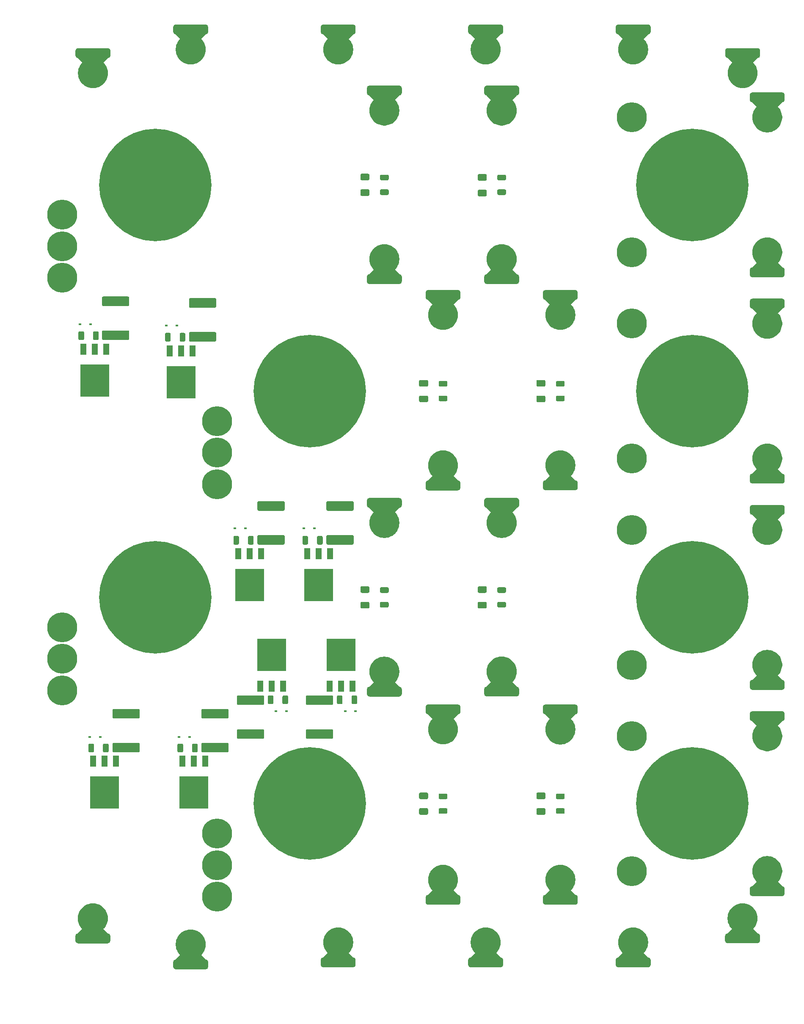
<source format=gbr>
%TF.GenerationSoftware,KiCad,Pcbnew,(5.1.9)-1*%
%TF.CreationDate,2021-08-08T20:50:52+02:00*%
%TF.ProjectId,SwitchBox,53776974-6368-4426-9f78-2e6b69636164,rev?*%
%TF.SameCoordinates,Original*%
%TF.FileFunction,Soldermask,Top*%
%TF.FilePolarity,Negative*%
%FSLAX46Y46*%
G04 Gerber Fmt 4.6, Leading zero omitted, Abs format (unit mm)*
G04 Created by KiCad (PCBNEW (5.1.9)-1) date 2021-08-08 20:50:52*
%MOMM*%
%LPD*%
G01*
G04 APERTURE LIST*
%ADD10R,0.600000X0.450000*%
%ADD11C,22.500000*%
%ADD12C,6.000000*%
%ADD13C,0.100000*%
%ADD14R,1.200000X2.200000*%
%ADD15R,5.800000X6.400000*%
G04 APERTURE END LIST*
%TO.C,C1*%
G36*
G01*
X95074999Y-62425000D02*
X96375001Y-62425000D01*
G75*
G02*
X96625000Y-62674999I0J-249999D01*
G01*
X96625000Y-63500001D01*
G75*
G02*
X96375001Y-63750000I-249999J0D01*
G01*
X95074999Y-63750000D01*
G75*
G02*
X94825000Y-63500001I0J249999D01*
G01*
X94825000Y-62674999D01*
G75*
G02*
X95074999Y-62425000I249999J0D01*
G01*
G37*
G36*
G01*
X95074999Y-65550000D02*
X96375001Y-65550000D01*
G75*
G02*
X96625000Y-65799999I0J-249999D01*
G01*
X96625000Y-66625001D01*
G75*
G02*
X96375001Y-66875000I-249999J0D01*
G01*
X95074999Y-66875000D01*
G75*
G02*
X94825000Y-66625001I0J249999D01*
G01*
X94825000Y-65799999D01*
G75*
G02*
X95074999Y-65550000I249999J0D01*
G01*
G37*
%TD*%
%TO.C,C2*%
G36*
G01*
X106814999Y-103681666D02*
X108115001Y-103681666D01*
G75*
G02*
X108365000Y-103931665I0J-249999D01*
G01*
X108365000Y-104756667D01*
G75*
G02*
X108115001Y-105006666I-249999J0D01*
G01*
X106814999Y-105006666D01*
G75*
G02*
X106565000Y-104756667I0J249999D01*
G01*
X106565000Y-103931665D01*
G75*
G02*
X106814999Y-103681666I249999J0D01*
G01*
G37*
G36*
G01*
X106814999Y-106806666D02*
X108115001Y-106806666D01*
G75*
G02*
X108365000Y-107056665I0J-249999D01*
G01*
X108365000Y-107881667D01*
G75*
G02*
X108115001Y-108131666I-249999J0D01*
G01*
X106814999Y-108131666D01*
G75*
G02*
X106565000Y-107881667I0J249999D01*
G01*
X106565000Y-107056665D01*
G75*
G02*
X106814999Y-106806666I249999J0D01*
G01*
G37*
%TD*%
%TO.C,C3*%
G36*
G01*
X95074999Y-148063332D02*
X96375001Y-148063332D01*
G75*
G02*
X96625000Y-148313331I0J-249999D01*
G01*
X96625000Y-149138333D01*
G75*
G02*
X96375001Y-149388332I-249999J0D01*
G01*
X95074999Y-149388332D01*
G75*
G02*
X94825000Y-149138333I0J249999D01*
G01*
X94825000Y-148313331D01*
G75*
G02*
X95074999Y-148063332I249999J0D01*
G01*
G37*
G36*
G01*
X95074999Y-144938332D02*
X96375001Y-144938332D01*
G75*
G02*
X96625000Y-145188331I0J-249999D01*
G01*
X96625000Y-146013333D01*
G75*
G02*
X96375001Y-146263332I-249999J0D01*
G01*
X95074999Y-146263332D01*
G75*
G02*
X94825000Y-146013333I0J249999D01*
G01*
X94825000Y-145188331D01*
G75*
G02*
X95074999Y-144938332I249999J0D01*
G01*
G37*
%TD*%
%TO.C,C4*%
G36*
G01*
X106814999Y-186195000D02*
X108115001Y-186195000D01*
G75*
G02*
X108365000Y-186444999I0J-249999D01*
G01*
X108365000Y-187270001D01*
G75*
G02*
X108115001Y-187520000I-249999J0D01*
G01*
X106814999Y-187520000D01*
G75*
G02*
X106565000Y-187270001I0J249999D01*
G01*
X106565000Y-186444999D01*
G75*
G02*
X106814999Y-186195000I249999J0D01*
G01*
G37*
G36*
G01*
X106814999Y-189320000D02*
X108115001Y-189320000D01*
G75*
G02*
X108365000Y-189569999I0J-249999D01*
G01*
X108365000Y-190395001D01*
G75*
G02*
X108115001Y-190645000I-249999J0D01*
G01*
X106814999Y-190645000D01*
G75*
G02*
X106565000Y-190395001I0J249999D01*
G01*
X106565000Y-189569999D01*
G75*
G02*
X106814999Y-189320000I249999J0D01*
G01*
G37*
%TD*%
%TO.C,C5*%
G36*
G01*
X118544999Y-65630000D02*
X119845001Y-65630000D01*
G75*
G02*
X120095000Y-65879999I0J-249999D01*
G01*
X120095000Y-66705001D01*
G75*
G02*
X119845001Y-66955000I-249999J0D01*
G01*
X118544999Y-66955000D01*
G75*
G02*
X118295000Y-66705001I0J249999D01*
G01*
X118295000Y-65879999D01*
G75*
G02*
X118544999Y-65630000I249999J0D01*
G01*
G37*
G36*
G01*
X118544999Y-62505000D02*
X119845001Y-62505000D01*
G75*
G02*
X120095000Y-62754999I0J-249999D01*
G01*
X120095000Y-63580001D01*
G75*
G02*
X119845001Y-63830000I-249999J0D01*
G01*
X118544999Y-63830000D01*
G75*
G02*
X118295000Y-63580001I0J249999D01*
G01*
X118295000Y-62754999D01*
G75*
G02*
X118544999Y-62505000I249999J0D01*
G01*
G37*
%TD*%
%TO.C,C6*%
G36*
G01*
X130284999Y-103681666D02*
X131585001Y-103681666D01*
G75*
G02*
X131835000Y-103931665I0J-249999D01*
G01*
X131835000Y-104756667D01*
G75*
G02*
X131585001Y-105006666I-249999J0D01*
G01*
X130284999Y-105006666D01*
G75*
G02*
X130035000Y-104756667I0J249999D01*
G01*
X130035000Y-103931665D01*
G75*
G02*
X130284999Y-103681666I249999J0D01*
G01*
G37*
G36*
G01*
X130284999Y-106806666D02*
X131585001Y-106806666D01*
G75*
G02*
X131835000Y-107056665I0J-249999D01*
G01*
X131835000Y-107881667D01*
G75*
G02*
X131585001Y-108131666I-249999J0D01*
G01*
X130284999Y-108131666D01*
G75*
G02*
X130035000Y-107881667I0J249999D01*
G01*
X130035000Y-107056665D01*
G75*
G02*
X130284999Y-106806666I249999J0D01*
G01*
G37*
%TD*%
%TO.C,C7*%
G36*
G01*
X118544999Y-148063332D02*
X119845001Y-148063332D01*
G75*
G02*
X120095000Y-148313331I0J-249999D01*
G01*
X120095000Y-149138333D01*
G75*
G02*
X119845001Y-149388332I-249999J0D01*
G01*
X118544999Y-149388332D01*
G75*
G02*
X118295000Y-149138333I0J249999D01*
G01*
X118295000Y-148313331D01*
G75*
G02*
X118544999Y-148063332I249999J0D01*
G01*
G37*
G36*
G01*
X118544999Y-144938332D02*
X119845001Y-144938332D01*
G75*
G02*
X120095000Y-145188331I0J-249999D01*
G01*
X120095000Y-146013333D01*
G75*
G02*
X119845001Y-146263332I-249999J0D01*
G01*
X118544999Y-146263332D01*
G75*
G02*
X118295000Y-146013333I0J249999D01*
G01*
X118295000Y-145188331D01*
G75*
G02*
X118544999Y-144938332I249999J0D01*
G01*
G37*
%TD*%
%TO.C,C8*%
G36*
G01*
X130284999Y-189320000D02*
X131585001Y-189320000D01*
G75*
G02*
X131835000Y-189569999I0J-249999D01*
G01*
X131835000Y-190395001D01*
G75*
G02*
X131585001Y-190645000I-249999J0D01*
G01*
X130284999Y-190645000D01*
G75*
G02*
X130035000Y-190395001I0J249999D01*
G01*
X130035000Y-189569999D01*
G75*
G02*
X130284999Y-189320000I249999J0D01*
G01*
G37*
G36*
G01*
X130284999Y-186195000D02*
X131585001Y-186195000D01*
G75*
G02*
X131835000Y-186444999I0J-249999D01*
G01*
X131835000Y-187270001D01*
G75*
G02*
X131585001Y-187520000I-249999J0D01*
G01*
X130284999Y-187520000D01*
G75*
G02*
X130035000Y-187270001I0J249999D01*
G01*
X130035000Y-186444999D01*
G75*
G02*
X130284999Y-186195000I249999J0D01*
G01*
G37*
%TD*%
D10*
%TO.C,D1*%
X40800000Y-92510000D03*
X38700000Y-92510000D03*
%TD*%
%TO.C,D2*%
X69700000Y-133380000D03*
X71800000Y-133380000D03*
%TD*%
%TO.C,D3*%
X40690000Y-175060000D03*
X42790000Y-175060000D03*
%TD*%
%TO.C,D4*%
X91770000Y-169900000D03*
X93870000Y-169900000D03*
%TD*%
%TO.C,D5*%
X56023811Y-92770000D03*
X58123811Y-92770000D03*
%TD*%
%TO.C,D6*%
X83520000Y-133380000D03*
X85620000Y-133380000D03*
%TD*%
%TO.C,D7*%
X60610000Y-175060000D03*
X58510000Y-175060000D03*
%TD*%
%TO.C,D8*%
X77950000Y-169900000D03*
X80050000Y-169900000D03*
%TD*%
D11*
%TO.C,D9*%
X161190000Y-64650000D03*
D12*
X149090000Y-78150000D03*
X149090000Y-51150000D03*
%TD*%
%TO.C,D10*%
X149090000Y-92406666D03*
X149090000Y-119406666D03*
D11*
X161190000Y-105906666D03*
%TD*%
%TO.C,D11*%
X161230000Y-147163332D03*
D12*
X149130000Y-160663332D03*
X149130000Y-133663332D03*
%TD*%
%TO.C,D12*%
X149150000Y-174920000D03*
X149150000Y-201920000D03*
D11*
X161250000Y-188420000D03*
%TD*%
%TO.C,F1*%
G36*
G01*
X48315001Y-88915000D02*
X43364999Y-88915000D01*
G75*
G02*
X43115000Y-88665001I0J249999D01*
G01*
X43115000Y-87239999D01*
G75*
G02*
X43364999Y-86990000I249999J0D01*
G01*
X48315001Y-86990000D01*
G75*
G02*
X48565000Y-87239999I0J-249999D01*
G01*
X48565000Y-88665001D01*
G75*
G02*
X48315001Y-88915000I-249999J0D01*
G01*
G37*
G36*
G01*
X48315001Y-95690000D02*
X43364999Y-95690000D01*
G75*
G02*
X43115000Y-95440001I0J249999D01*
G01*
X43115000Y-94014999D01*
G75*
G02*
X43364999Y-93765000I249999J0D01*
G01*
X48315001Y-93765000D01*
G75*
G02*
X48565000Y-94014999I0J-249999D01*
G01*
X48565000Y-95440001D01*
G75*
G02*
X48315001Y-95690000I-249999J0D01*
G01*
G37*
%TD*%
%TO.C,F2*%
G36*
G01*
X79415001Y-136610000D02*
X74464999Y-136610000D01*
G75*
G02*
X74215000Y-136360001I0J249999D01*
G01*
X74215000Y-134934999D01*
G75*
G02*
X74464999Y-134685000I249999J0D01*
G01*
X79415001Y-134685000D01*
G75*
G02*
X79665000Y-134934999I0J-249999D01*
G01*
X79665000Y-136360001D01*
G75*
G02*
X79415001Y-136610000I-249999J0D01*
G01*
G37*
G36*
G01*
X79415001Y-129835000D02*
X74464999Y-129835000D01*
G75*
G02*
X74215000Y-129585001I0J249999D01*
G01*
X74215000Y-128159999D01*
G75*
G02*
X74464999Y-127910000I249999J0D01*
G01*
X79415001Y-127910000D01*
G75*
G02*
X79665000Y-128159999I0J-249999D01*
G01*
X79665000Y-129585001D01*
G75*
G02*
X79415001Y-129835000I-249999J0D01*
G01*
G37*
%TD*%
%TO.C,F3*%
G36*
G01*
X50405001Y-178170000D02*
X45454999Y-178170000D01*
G75*
G02*
X45205000Y-177920001I0J249999D01*
G01*
X45205000Y-176494999D01*
G75*
G02*
X45454999Y-176245000I249999J0D01*
G01*
X50405001Y-176245000D01*
G75*
G02*
X50655000Y-176494999I0J-249999D01*
G01*
X50655000Y-177920001D01*
G75*
G02*
X50405001Y-178170000I-249999J0D01*
G01*
G37*
G36*
G01*
X50405001Y-171395000D02*
X45454999Y-171395000D01*
G75*
G02*
X45205000Y-171145001I0J249999D01*
G01*
X45205000Y-169719999D01*
G75*
G02*
X45454999Y-169470000I249999J0D01*
G01*
X50405001Y-169470000D01*
G75*
G02*
X50655000Y-169719999I0J-249999D01*
G01*
X50655000Y-171145001D01*
G75*
G02*
X50405001Y-171395000I-249999J0D01*
G01*
G37*
%TD*%
%TO.C,F4*%
G36*
G01*
X84154999Y-166750000D02*
X89105001Y-166750000D01*
G75*
G02*
X89355000Y-166999999I0J-249999D01*
G01*
X89355000Y-168425001D01*
G75*
G02*
X89105001Y-168675000I-249999J0D01*
G01*
X84154999Y-168675000D01*
G75*
G02*
X83905000Y-168425001I0J249999D01*
G01*
X83905000Y-166999999D01*
G75*
G02*
X84154999Y-166750000I249999J0D01*
G01*
G37*
G36*
G01*
X84154999Y-173525000D02*
X89105001Y-173525000D01*
G75*
G02*
X89355000Y-173774999I0J-249999D01*
G01*
X89355000Y-175200001D01*
G75*
G02*
X89105001Y-175450000I-249999J0D01*
G01*
X84154999Y-175450000D01*
G75*
G02*
X83905000Y-175200001I0J249999D01*
G01*
X83905000Y-173774999D01*
G75*
G02*
X84154999Y-173525000I249999J0D01*
G01*
G37*
%TD*%
%TO.C,F5*%
G36*
G01*
X65715001Y-96010000D02*
X60764999Y-96010000D01*
G75*
G02*
X60515000Y-95760001I0J249999D01*
G01*
X60515000Y-94334999D01*
G75*
G02*
X60764999Y-94085000I249999J0D01*
G01*
X65715001Y-94085000D01*
G75*
G02*
X65965000Y-94334999I0J-249999D01*
G01*
X65965000Y-95760001D01*
G75*
G02*
X65715001Y-96010000I-249999J0D01*
G01*
G37*
G36*
G01*
X65715001Y-89235000D02*
X60764999Y-89235000D01*
G75*
G02*
X60515000Y-88985001I0J249999D01*
G01*
X60515000Y-87559999D01*
G75*
G02*
X60764999Y-87310000I249999J0D01*
G01*
X65715001Y-87310000D01*
G75*
G02*
X65965000Y-87559999I0J-249999D01*
G01*
X65965000Y-88985001D01*
G75*
G02*
X65715001Y-89235000I-249999J0D01*
G01*
G37*
%TD*%
%TO.C,F6*%
G36*
G01*
X93215001Y-129835000D02*
X88264999Y-129835000D01*
G75*
G02*
X88015000Y-129585001I0J249999D01*
G01*
X88015000Y-128159999D01*
G75*
G02*
X88264999Y-127910000I249999J0D01*
G01*
X93215001Y-127910000D01*
G75*
G02*
X93465000Y-128159999I0J-249999D01*
G01*
X93465000Y-129585001D01*
G75*
G02*
X93215001Y-129835000I-249999J0D01*
G01*
G37*
G36*
G01*
X93215001Y-136610000D02*
X88264999Y-136610000D01*
G75*
G02*
X88015000Y-136360001I0J249999D01*
G01*
X88015000Y-134934999D01*
G75*
G02*
X88264999Y-134685000I249999J0D01*
G01*
X93215001Y-134685000D01*
G75*
G02*
X93465000Y-134934999I0J-249999D01*
G01*
X93465000Y-136360001D01*
G75*
G02*
X93215001Y-136610000I-249999J0D01*
G01*
G37*
%TD*%
%TO.C,F7*%
G36*
G01*
X68205001Y-171395000D02*
X63254999Y-171395000D01*
G75*
G02*
X63005000Y-171145001I0J249999D01*
G01*
X63005000Y-169719999D01*
G75*
G02*
X63254999Y-169470000I249999J0D01*
G01*
X68205001Y-169470000D01*
G75*
G02*
X68455000Y-169719999I0J-249999D01*
G01*
X68455000Y-171145001D01*
G75*
G02*
X68205001Y-171395000I-249999J0D01*
G01*
G37*
G36*
G01*
X68205001Y-178170000D02*
X63254999Y-178170000D01*
G75*
G02*
X63005000Y-177920001I0J249999D01*
G01*
X63005000Y-176494999D01*
G75*
G02*
X63254999Y-176245000I249999J0D01*
G01*
X68205001Y-176245000D01*
G75*
G02*
X68455000Y-176494999I0J-249999D01*
G01*
X68455000Y-177920001D01*
G75*
G02*
X68205001Y-178170000I-249999J0D01*
G01*
G37*
%TD*%
%TO.C,F8*%
G36*
G01*
X70354999Y-173525000D02*
X75305001Y-173525000D01*
G75*
G02*
X75555000Y-173774999I0J-249999D01*
G01*
X75555000Y-175200001D01*
G75*
G02*
X75305001Y-175450000I-249999J0D01*
G01*
X70354999Y-175450000D01*
G75*
G02*
X70105000Y-175200001I0J249999D01*
G01*
X70105000Y-173774999D01*
G75*
G02*
X70354999Y-173525000I249999J0D01*
G01*
G37*
G36*
G01*
X70354999Y-166750000D02*
X75305001Y-166750000D01*
G75*
G02*
X75555000Y-166999999I0J-249999D01*
G01*
X75555000Y-168425001D01*
G75*
G02*
X75305001Y-168675000I-249999J0D01*
G01*
X70354999Y-168675000D01*
G75*
G02*
X70105000Y-168425001I0J249999D01*
G01*
X70105000Y-166999999D01*
G75*
G02*
X70354999Y-166750000I249999J0D01*
G01*
G37*
%TD*%
%TO.C,BLACK*%
G36*
G01*
X38290000Y-214362777D02*
X44290000Y-214362777D01*
G75*
G02*
X44790000Y-214862777I0J-500000D01*
G01*
X44790000Y-215862777D01*
G75*
G02*
X44290000Y-216362777I-500000J0D01*
G01*
X38290000Y-216362777D01*
G75*
G02*
X37790000Y-215862777I0J500000D01*
G01*
X37790000Y-214862777D01*
G75*
G02*
X38290000Y-214362777I500000J0D01*
G01*
G37*
D13*
G36*
X41730191Y-208395247D02*
G01*
X42018941Y-208452683D01*
X42300670Y-208538145D01*
X42572665Y-208650809D01*
X42832308Y-208789591D01*
X43077098Y-208953154D01*
X43304677Y-209139924D01*
X43512853Y-209348100D01*
X43699623Y-209575679D01*
X43863186Y-209820469D01*
X44001968Y-210080112D01*
X44114632Y-210352107D01*
X44200094Y-210633836D01*
X44257530Y-210922586D01*
X44286386Y-211215574D01*
X44286386Y-211509980D01*
X44257530Y-211802968D01*
X44200094Y-212091718D01*
X44114632Y-212373447D01*
X44001968Y-212645442D01*
X43863186Y-212905085D01*
X43699623Y-213149875D01*
X43512853Y-213377454D01*
X43408765Y-213481542D01*
X44290000Y-214362777D01*
X38290000Y-214362777D01*
X39171235Y-213481542D01*
X39067147Y-213377454D01*
X38880377Y-213149875D01*
X38716814Y-212905085D01*
X38578032Y-212645442D01*
X38465368Y-212373447D01*
X38379906Y-212091718D01*
X38322470Y-211802968D01*
X38293614Y-211509980D01*
X38293614Y-211215574D01*
X38322470Y-210922586D01*
X38379906Y-210633836D01*
X38465368Y-210352107D01*
X38578032Y-210080112D01*
X38716814Y-209820469D01*
X38880377Y-209575679D01*
X39067147Y-209348100D01*
X39275323Y-209139924D01*
X39502902Y-208953154D01*
X39747692Y-208789591D01*
X40007335Y-208650809D01*
X40279330Y-208538145D01*
X40561059Y-208452683D01*
X40849809Y-208395247D01*
X41142797Y-208366391D01*
X41437203Y-208366391D01*
X41730191Y-208395247D01*
G37*
%TD*%
%TO.C,RED*%
G36*
X40869809Y-45274753D02*
G01*
X40581059Y-45217317D01*
X40299330Y-45131855D01*
X40027335Y-45019191D01*
X39767692Y-44880409D01*
X39522902Y-44716846D01*
X39295323Y-44530076D01*
X39087147Y-44321900D01*
X38900377Y-44094321D01*
X38736814Y-43849531D01*
X38598032Y-43589888D01*
X38485368Y-43317893D01*
X38399906Y-43036164D01*
X38342470Y-42747414D01*
X38313614Y-42454426D01*
X38313614Y-42160020D01*
X38342470Y-41867032D01*
X38399906Y-41578282D01*
X38485368Y-41296553D01*
X38598032Y-41024558D01*
X38736814Y-40764915D01*
X38900377Y-40520125D01*
X39087147Y-40292546D01*
X39191235Y-40188458D01*
X38310000Y-39307223D01*
X44310000Y-39307223D01*
X43428765Y-40188458D01*
X43532853Y-40292546D01*
X43719623Y-40520125D01*
X43883186Y-40764915D01*
X44021968Y-41024558D01*
X44134632Y-41296553D01*
X44220094Y-41578282D01*
X44277530Y-41867032D01*
X44306386Y-42160020D01*
X44306386Y-42454426D01*
X44277530Y-42747414D01*
X44220094Y-43036164D01*
X44134632Y-43317893D01*
X44021968Y-43589888D01*
X43883186Y-43849531D01*
X43719623Y-44094321D01*
X43532853Y-44321900D01*
X43324677Y-44530076D01*
X43097098Y-44716846D01*
X42852308Y-44880409D01*
X42592665Y-45019191D01*
X42320670Y-45131855D01*
X42038941Y-45217317D01*
X41750191Y-45274753D01*
X41457203Y-45303609D01*
X41162797Y-45303609D01*
X40869809Y-45274753D01*
G37*
G36*
G01*
X44310000Y-39307223D02*
X38310000Y-39307223D01*
G75*
G02*
X37810000Y-38807223I0J500000D01*
G01*
X37810000Y-37807223D01*
G75*
G02*
X38310000Y-37307223I500000J0D01*
G01*
X44310000Y-37307223D01*
G75*
G02*
X44810000Y-37807223I0J-500000D01*
G01*
X44810000Y-38807223D01*
G75*
G02*
X44310000Y-39307223I-500000J0D01*
G01*
G37*
%TD*%
%TO.C,BLACK*%
G36*
X61300191Y-213602470D02*
G01*
X61588941Y-213659906D01*
X61870670Y-213745368D01*
X62142665Y-213858032D01*
X62402308Y-213996814D01*
X62647098Y-214160377D01*
X62874677Y-214347147D01*
X63082853Y-214555323D01*
X63269623Y-214782902D01*
X63433186Y-215027692D01*
X63571968Y-215287335D01*
X63684632Y-215559330D01*
X63770094Y-215841059D01*
X63827530Y-216129809D01*
X63856386Y-216422797D01*
X63856386Y-216717203D01*
X63827530Y-217010191D01*
X63770094Y-217298941D01*
X63684632Y-217580670D01*
X63571968Y-217852665D01*
X63433186Y-218112308D01*
X63269623Y-218357098D01*
X63082853Y-218584677D01*
X62978765Y-218688765D01*
X63860000Y-219570000D01*
X57860000Y-219570000D01*
X58741235Y-218688765D01*
X58637147Y-218584677D01*
X58450377Y-218357098D01*
X58286814Y-218112308D01*
X58148032Y-217852665D01*
X58035368Y-217580670D01*
X57949906Y-217298941D01*
X57892470Y-217010191D01*
X57863614Y-216717203D01*
X57863614Y-216422797D01*
X57892470Y-216129809D01*
X57949906Y-215841059D01*
X58035368Y-215559330D01*
X58148032Y-215287335D01*
X58286814Y-215027692D01*
X58450377Y-214782902D01*
X58637147Y-214555323D01*
X58845323Y-214347147D01*
X59072902Y-214160377D01*
X59317692Y-213996814D01*
X59577335Y-213858032D01*
X59849330Y-213745368D01*
X60131059Y-213659906D01*
X60419809Y-213602470D01*
X60712797Y-213573614D01*
X61007203Y-213573614D01*
X61300191Y-213602470D01*
G37*
G36*
G01*
X57860000Y-219570000D02*
X63860000Y-219570000D01*
G75*
G02*
X64360000Y-220070000I0J-500000D01*
G01*
X64360000Y-221070000D01*
G75*
G02*
X63860000Y-221570000I-500000J0D01*
G01*
X57860000Y-221570000D01*
G75*
G02*
X57360000Y-221070000I0J500000D01*
G01*
X57360000Y-220070000D01*
G75*
G02*
X57860000Y-219570000I500000J0D01*
G01*
G37*
%TD*%
%TO.C,RED*%
G36*
G01*
X63860000Y-34570000D02*
X57860000Y-34570000D01*
G75*
G02*
X57360000Y-34070000I0J500000D01*
G01*
X57360000Y-33070000D01*
G75*
G02*
X57860000Y-32570000I500000J0D01*
G01*
X63860000Y-32570000D01*
G75*
G02*
X64360000Y-33070000I0J-500000D01*
G01*
X64360000Y-34070000D01*
G75*
G02*
X63860000Y-34570000I-500000J0D01*
G01*
G37*
G36*
X60419809Y-40537530D02*
G01*
X60131059Y-40480094D01*
X59849330Y-40394632D01*
X59577335Y-40281968D01*
X59317692Y-40143186D01*
X59072902Y-39979623D01*
X58845323Y-39792853D01*
X58637147Y-39584677D01*
X58450377Y-39357098D01*
X58286814Y-39112308D01*
X58148032Y-38852665D01*
X58035368Y-38580670D01*
X57949906Y-38298941D01*
X57892470Y-38010191D01*
X57863614Y-37717203D01*
X57863614Y-37422797D01*
X57892470Y-37129809D01*
X57949906Y-36841059D01*
X58035368Y-36559330D01*
X58148032Y-36287335D01*
X58286814Y-36027692D01*
X58450377Y-35782902D01*
X58637147Y-35555323D01*
X58741235Y-35451235D01*
X57860000Y-34570000D01*
X63860000Y-34570000D01*
X62978765Y-35451235D01*
X63082853Y-35555323D01*
X63269623Y-35782902D01*
X63433186Y-36027692D01*
X63571968Y-36287335D01*
X63684632Y-36559330D01*
X63770094Y-36841059D01*
X63827530Y-37129809D01*
X63856386Y-37422797D01*
X63856386Y-37717203D01*
X63827530Y-38010191D01*
X63770094Y-38298941D01*
X63684632Y-38580670D01*
X63571968Y-38852665D01*
X63433186Y-39112308D01*
X63269623Y-39357098D01*
X63082853Y-39584677D01*
X62874677Y-39792853D01*
X62647098Y-39979623D01*
X62402308Y-40143186D01*
X62142665Y-40281968D01*
X61870670Y-40394632D01*
X61588941Y-40480094D01*
X61300191Y-40537530D01*
X61007203Y-40566386D01*
X60712797Y-40566386D01*
X60419809Y-40537530D01*
G37*
%TD*%
%TO.C,BLACK*%
G36*
G01*
X87370000Y-219170000D02*
X93370000Y-219170000D01*
G75*
G02*
X93870000Y-219670000I0J-500000D01*
G01*
X93870000Y-220670000D01*
G75*
G02*
X93370000Y-221170000I-500000J0D01*
G01*
X87370000Y-221170000D01*
G75*
G02*
X86870000Y-220670000I0J500000D01*
G01*
X86870000Y-219670000D01*
G75*
G02*
X87370000Y-219170000I500000J0D01*
G01*
G37*
G36*
X90810191Y-213202470D02*
G01*
X91098941Y-213259906D01*
X91380670Y-213345368D01*
X91652665Y-213458032D01*
X91912308Y-213596814D01*
X92157098Y-213760377D01*
X92384677Y-213947147D01*
X92592853Y-214155323D01*
X92779623Y-214382902D01*
X92943186Y-214627692D01*
X93081968Y-214887335D01*
X93194632Y-215159330D01*
X93280094Y-215441059D01*
X93337530Y-215729809D01*
X93366386Y-216022797D01*
X93366386Y-216317203D01*
X93337530Y-216610191D01*
X93280094Y-216898941D01*
X93194632Y-217180670D01*
X93081968Y-217452665D01*
X92943186Y-217712308D01*
X92779623Y-217957098D01*
X92592853Y-218184677D01*
X92488765Y-218288765D01*
X93370000Y-219170000D01*
X87370000Y-219170000D01*
X88251235Y-218288765D01*
X88147147Y-218184677D01*
X87960377Y-217957098D01*
X87796814Y-217712308D01*
X87658032Y-217452665D01*
X87545368Y-217180670D01*
X87459906Y-216898941D01*
X87402470Y-216610191D01*
X87373614Y-216317203D01*
X87373614Y-216022797D01*
X87402470Y-215729809D01*
X87459906Y-215441059D01*
X87545368Y-215159330D01*
X87658032Y-214887335D01*
X87796814Y-214627692D01*
X87960377Y-214382902D01*
X88147147Y-214155323D01*
X88355323Y-213947147D01*
X88582902Y-213760377D01*
X88827692Y-213596814D01*
X89087335Y-213458032D01*
X89359330Y-213345368D01*
X89641059Y-213259906D01*
X89929809Y-213202470D01*
X90222797Y-213173614D01*
X90517203Y-213173614D01*
X90810191Y-213202470D01*
G37*
%TD*%
%TO.C,RED*%
G36*
X89929809Y-40537530D02*
G01*
X89641059Y-40480094D01*
X89359330Y-40394632D01*
X89087335Y-40281968D01*
X88827692Y-40143186D01*
X88582902Y-39979623D01*
X88355323Y-39792853D01*
X88147147Y-39584677D01*
X87960377Y-39357098D01*
X87796814Y-39112308D01*
X87658032Y-38852665D01*
X87545368Y-38580670D01*
X87459906Y-38298941D01*
X87402470Y-38010191D01*
X87373614Y-37717203D01*
X87373614Y-37422797D01*
X87402470Y-37129809D01*
X87459906Y-36841059D01*
X87545368Y-36559330D01*
X87658032Y-36287335D01*
X87796814Y-36027692D01*
X87960377Y-35782902D01*
X88147147Y-35555323D01*
X88251235Y-35451235D01*
X87370000Y-34570000D01*
X93370000Y-34570000D01*
X92488765Y-35451235D01*
X92592853Y-35555323D01*
X92779623Y-35782902D01*
X92943186Y-36027692D01*
X93081968Y-36287335D01*
X93194632Y-36559330D01*
X93280094Y-36841059D01*
X93337530Y-37129809D01*
X93366386Y-37422797D01*
X93366386Y-37717203D01*
X93337530Y-38010191D01*
X93280094Y-38298941D01*
X93194632Y-38580670D01*
X93081968Y-38852665D01*
X92943186Y-39112308D01*
X92779623Y-39357098D01*
X92592853Y-39584677D01*
X92384677Y-39792853D01*
X92157098Y-39979623D01*
X91912308Y-40143186D01*
X91652665Y-40281968D01*
X91380670Y-40394632D01*
X91098941Y-40480094D01*
X90810191Y-40537530D01*
X90517203Y-40566386D01*
X90222797Y-40566386D01*
X89929809Y-40537530D01*
G37*
G36*
G01*
X93370000Y-34570000D02*
X87370000Y-34570000D01*
G75*
G02*
X86870000Y-34070000I0J500000D01*
G01*
X86870000Y-33070000D01*
G75*
G02*
X87370000Y-32570000I500000J0D01*
G01*
X93370000Y-32570000D01*
G75*
G02*
X93870000Y-33070000I0J-500000D01*
G01*
X93870000Y-34070000D01*
G75*
G02*
X93370000Y-34570000I-500000J0D01*
G01*
G37*
%TD*%
%TO.C,BLACK*%
G36*
X120320191Y-213202470D02*
G01*
X120608941Y-213259906D01*
X120890670Y-213345368D01*
X121162665Y-213458032D01*
X121422308Y-213596814D01*
X121667098Y-213760377D01*
X121894677Y-213947147D01*
X122102853Y-214155323D01*
X122289623Y-214382902D01*
X122453186Y-214627692D01*
X122591968Y-214887335D01*
X122704632Y-215159330D01*
X122790094Y-215441059D01*
X122847530Y-215729809D01*
X122876386Y-216022797D01*
X122876386Y-216317203D01*
X122847530Y-216610191D01*
X122790094Y-216898941D01*
X122704632Y-217180670D01*
X122591968Y-217452665D01*
X122453186Y-217712308D01*
X122289623Y-217957098D01*
X122102853Y-218184677D01*
X121998765Y-218288765D01*
X122880000Y-219170000D01*
X116880000Y-219170000D01*
X117761235Y-218288765D01*
X117657147Y-218184677D01*
X117470377Y-217957098D01*
X117306814Y-217712308D01*
X117168032Y-217452665D01*
X117055368Y-217180670D01*
X116969906Y-216898941D01*
X116912470Y-216610191D01*
X116883614Y-216317203D01*
X116883614Y-216022797D01*
X116912470Y-215729809D01*
X116969906Y-215441059D01*
X117055368Y-215159330D01*
X117168032Y-214887335D01*
X117306814Y-214627692D01*
X117470377Y-214382902D01*
X117657147Y-214155323D01*
X117865323Y-213947147D01*
X118092902Y-213760377D01*
X118337692Y-213596814D01*
X118597335Y-213458032D01*
X118869330Y-213345368D01*
X119151059Y-213259906D01*
X119439809Y-213202470D01*
X119732797Y-213173614D01*
X120027203Y-213173614D01*
X120320191Y-213202470D01*
G37*
G36*
G01*
X116880000Y-219170000D02*
X122880000Y-219170000D01*
G75*
G02*
X123380000Y-219670000I0J-500000D01*
G01*
X123380000Y-220670000D01*
G75*
G02*
X122880000Y-221170000I-500000J0D01*
G01*
X116880000Y-221170000D01*
G75*
G02*
X116380000Y-220670000I0J500000D01*
G01*
X116380000Y-219670000D01*
G75*
G02*
X116880000Y-219170000I500000J0D01*
G01*
G37*
%TD*%
%TO.C,RED*%
G36*
G01*
X122880000Y-34570000D02*
X116880000Y-34570000D01*
G75*
G02*
X116380000Y-34070000I0J500000D01*
G01*
X116380000Y-33070000D01*
G75*
G02*
X116880000Y-32570000I500000J0D01*
G01*
X122880000Y-32570000D01*
G75*
G02*
X123380000Y-33070000I0J-500000D01*
G01*
X123380000Y-34070000D01*
G75*
G02*
X122880000Y-34570000I-500000J0D01*
G01*
G37*
G36*
X119439809Y-40537530D02*
G01*
X119151059Y-40480094D01*
X118869330Y-40394632D01*
X118597335Y-40281968D01*
X118337692Y-40143186D01*
X118092902Y-39979623D01*
X117865323Y-39792853D01*
X117657147Y-39584677D01*
X117470377Y-39357098D01*
X117306814Y-39112308D01*
X117168032Y-38852665D01*
X117055368Y-38580670D01*
X116969906Y-38298941D01*
X116912470Y-38010191D01*
X116883614Y-37717203D01*
X116883614Y-37422797D01*
X116912470Y-37129809D01*
X116969906Y-36841059D01*
X117055368Y-36559330D01*
X117168032Y-36287335D01*
X117306814Y-36027692D01*
X117470377Y-35782902D01*
X117657147Y-35555323D01*
X117761235Y-35451235D01*
X116880000Y-34570000D01*
X122880000Y-34570000D01*
X121998765Y-35451235D01*
X122102853Y-35555323D01*
X122289623Y-35782902D01*
X122453186Y-36027692D01*
X122591968Y-36287335D01*
X122704632Y-36559330D01*
X122790094Y-36841059D01*
X122847530Y-37129809D01*
X122876386Y-37422797D01*
X122876386Y-37717203D01*
X122847530Y-38010191D01*
X122790094Y-38298941D01*
X122704632Y-38580670D01*
X122591968Y-38852665D01*
X122453186Y-39112308D01*
X122289623Y-39357098D01*
X122102853Y-39584677D01*
X121894677Y-39792853D01*
X121667098Y-39979623D01*
X121422308Y-40143186D01*
X121162665Y-40281968D01*
X120890670Y-40394632D01*
X120608941Y-40480094D01*
X120320191Y-40537530D01*
X120027203Y-40566386D01*
X119732797Y-40566386D01*
X119439809Y-40537530D01*
G37*
%TD*%
%TO.C,BLACK*%
G36*
G01*
X146390000Y-219170000D02*
X152390000Y-219170000D01*
G75*
G02*
X152890000Y-219670000I0J-500000D01*
G01*
X152890000Y-220670000D01*
G75*
G02*
X152390000Y-221170000I-500000J0D01*
G01*
X146390000Y-221170000D01*
G75*
G02*
X145890000Y-220670000I0J500000D01*
G01*
X145890000Y-219670000D01*
G75*
G02*
X146390000Y-219170000I500000J0D01*
G01*
G37*
G36*
X149830191Y-213202470D02*
G01*
X150118941Y-213259906D01*
X150400670Y-213345368D01*
X150672665Y-213458032D01*
X150932308Y-213596814D01*
X151177098Y-213760377D01*
X151404677Y-213947147D01*
X151612853Y-214155323D01*
X151799623Y-214382902D01*
X151963186Y-214627692D01*
X152101968Y-214887335D01*
X152214632Y-215159330D01*
X152300094Y-215441059D01*
X152357530Y-215729809D01*
X152386386Y-216022797D01*
X152386386Y-216317203D01*
X152357530Y-216610191D01*
X152300094Y-216898941D01*
X152214632Y-217180670D01*
X152101968Y-217452665D01*
X151963186Y-217712308D01*
X151799623Y-217957098D01*
X151612853Y-218184677D01*
X151508765Y-218288765D01*
X152390000Y-219170000D01*
X146390000Y-219170000D01*
X147271235Y-218288765D01*
X147167147Y-218184677D01*
X146980377Y-217957098D01*
X146816814Y-217712308D01*
X146678032Y-217452665D01*
X146565368Y-217180670D01*
X146479906Y-216898941D01*
X146422470Y-216610191D01*
X146393614Y-216317203D01*
X146393614Y-216022797D01*
X146422470Y-215729809D01*
X146479906Y-215441059D01*
X146565368Y-215159330D01*
X146678032Y-214887335D01*
X146816814Y-214627692D01*
X146980377Y-214382902D01*
X147167147Y-214155323D01*
X147375323Y-213947147D01*
X147602902Y-213760377D01*
X147847692Y-213596814D01*
X148107335Y-213458032D01*
X148379330Y-213345368D01*
X148661059Y-213259906D01*
X148949809Y-213202470D01*
X149242797Y-213173614D01*
X149537203Y-213173614D01*
X149830191Y-213202470D01*
G37*
%TD*%
%TO.C,RED*%
G36*
X148949809Y-40537530D02*
G01*
X148661059Y-40480094D01*
X148379330Y-40394632D01*
X148107335Y-40281968D01*
X147847692Y-40143186D01*
X147602902Y-39979623D01*
X147375323Y-39792853D01*
X147167147Y-39584677D01*
X146980377Y-39357098D01*
X146816814Y-39112308D01*
X146678032Y-38852665D01*
X146565368Y-38580670D01*
X146479906Y-38298941D01*
X146422470Y-38010191D01*
X146393614Y-37717203D01*
X146393614Y-37422797D01*
X146422470Y-37129809D01*
X146479906Y-36841059D01*
X146565368Y-36559330D01*
X146678032Y-36287335D01*
X146816814Y-36027692D01*
X146980377Y-35782902D01*
X147167147Y-35555323D01*
X147271235Y-35451235D01*
X146390000Y-34570000D01*
X152390000Y-34570000D01*
X151508765Y-35451235D01*
X151612853Y-35555323D01*
X151799623Y-35782902D01*
X151963186Y-36027692D01*
X152101968Y-36287335D01*
X152214632Y-36559330D01*
X152300094Y-36841059D01*
X152357530Y-37129809D01*
X152386386Y-37422797D01*
X152386386Y-37717203D01*
X152357530Y-38010191D01*
X152300094Y-38298941D01*
X152214632Y-38580670D01*
X152101968Y-38852665D01*
X151963186Y-39112308D01*
X151799623Y-39357098D01*
X151612853Y-39584677D01*
X151404677Y-39792853D01*
X151177098Y-39979623D01*
X150932308Y-40143186D01*
X150672665Y-40281968D01*
X150400670Y-40394632D01*
X150118941Y-40480094D01*
X149830191Y-40537530D01*
X149537203Y-40566386D01*
X149242797Y-40566386D01*
X148949809Y-40537530D01*
G37*
G36*
G01*
X152390000Y-34570000D02*
X146390000Y-34570000D01*
G75*
G02*
X145890000Y-34070000I0J500000D01*
G01*
X145890000Y-33070000D01*
G75*
G02*
X146390000Y-32570000I500000J0D01*
G01*
X152390000Y-32570000D01*
G75*
G02*
X152890000Y-33070000I0J-500000D01*
G01*
X152890000Y-34070000D01*
G75*
G02*
X152390000Y-34570000I-500000J0D01*
G01*
G37*
%TD*%
%TO.C,BLACK*%
G36*
X171720191Y-208385247D02*
G01*
X172008941Y-208442683D01*
X172290670Y-208528145D01*
X172562665Y-208640809D01*
X172822308Y-208779591D01*
X173067098Y-208943154D01*
X173294677Y-209129924D01*
X173502853Y-209338100D01*
X173689623Y-209565679D01*
X173853186Y-209810469D01*
X173991968Y-210070112D01*
X174104632Y-210342107D01*
X174190094Y-210623836D01*
X174247530Y-210912586D01*
X174276386Y-211205574D01*
X174276386Y-211499980D01*
X174247530Y-211792968D01*
X174190094Y-212081718D01*
X174104632Y-212363447D01*
X173991968Y-212635442D01*
X173853186Y-212895085D01*
X173689623Y-213139875D01*
X173502853Y-213367454D01*
X173398765Y-213471542D01*
X174280000Y-214352777D01*
X168280000Y-214352777D01*
X169161235Y-213471542D01*
X169057147Y-213367454D01*
X168870377Y-213139875D01*
X168706814Y-212895085D01*
X168568032Y-212635442D01*
X168455368Y-212363447D01*
X168369906Y-212081718D01*
X168312470Y-211792968D01*
X168283614Y-211499980D01*
X168283614Y-211205574D01*
X168312470Y-210912586D01*
X168369906Y-210623836D01*
X168455368Y-210342107D01*
X168568032Y-210070112D01*
X168706814Y-209810469D01*
X168870377Y-209565679D01*
X169057147Y-209338100D01*
X169265323Y-209129924D01*
X169492902Y-208943154D01*
X169737692Y-208779591D01*
X169997335Y-208640809D01*
X170269330Y-208528145D01*
X170551059Y-208442683D01*
X170839809Y-208385247D01*
X171132797Y-208356391D01*
X171427203Y-208356391D01*
X171720191Y-208385247D01*
G37*
G36*
G01*
X168280000Y-214352777D02*
X174280000Y-214352777D01*
G75*
G02*
X174780000Y-214852777I0J-500000D01*
G01*
X174780000Y-215852777D01*
G75*
G02*
X174280000Y-216352777I-500000J0D01*
G01*
X168280000Y-216352777D01*
G75*
G02*
X167780000Y-215852777I0J500000D01*
G01*
X167780000Y-214852777D01*
G75*
G02*
X168280000Y-214352777I500000J0D01*
G01*
G37*
%TD*%
%TO.C,RED*%
G36*
G01*
X174300000Y-39297223D02*
X168300000Y-39297223D01*
G75*
G02*
X167800000Y-38797223I0J500000D01*
G01*
X167800000Y-37797223D01*
G75*
G02*
X168300000Y-37297223I500000J0D01*
G01*
X174300000Y-37297223D01*
G75*
G02*
X174800000Y-37797223I0J-500000D01*
G01*
X174800000Y-38797223D01*
G75*
G02*
X174300000Y-39297223I-500000J0D01*
G01*
G37*
G36*
X170859809Y-45264753D02*
G01*
X170571059Y-45207317D01*
X170289330Y-45121855D01*
X170017335Y-45009191D01*
X169757692Y-44870409D01*
X169512902Y-44706846D01*
X169285323Y-44520076D01*
X169077147Y-44311900D01*
X168890377Y-44084321D01*
X168726814Y-43839531D01*
X168588032Y-43579888D01*
X168475368Y-43307893D01*
X168389906Y-43026164D01*
X168332470Y-42737414D01*
X168303614Y-42444426D01*
X168303614Y-42150020D01*
X168332470Y-41857032D01*
X168389906Y-41568282D01*
X168475368Y-41286553D01*
X168588032Y-41014558D01*
X168726814Y-40754915D01*
X168890377Y-40510125D01*
X169077147Y-40282546D01*
X169181235Y-40178458D01*
X168300000Y-39297223D01*
X174300000Y-39297223D01*
X173418765Y-40178458D01*
X173522853Y-40282546D01*
X173709623Y-40510125D01*
X173873186Y-40754915D01*
X174011968Y-41014558D01*
X174124632Y-41286553D01*
X174210094Y-41568282D01*
X174267530Y-41857032D01*
X174296386Y-42150020D01*
X174296386Y-42444426D01*
X174267530Y-42737414D01*
X174210094Y-43026164D01*
X174124632Y-43307893D01*
X174011968Y-43579888D01*
X173873186Y-43839531D01*
X173709623Y-44084321D01*
X173522853Y-44311900D01*
X173314677Y-44520076D01*
X173087098Y-44706846D01*
X172842308Y-44870409D01*
X172582665Y-45009191D01*
X172310670Y-45121855D01*
X172028941Y-45207317D01*
X171740191Y-45264753D01*
X171447203Y-45293609D01*
X171152797Y-45293609D01*
X170859809Y-45264753D01*
G37*
%TD*%
%TO.C,BLACK*%
G36*
G01*
X102610000Y-46790000D02*
X96610000Y-46790000D01*
G75*
G02*
X96110000Y-46290000I0J500000D01*
G01*
X96110000Y-45290000D01*
G75*
G02*
X96610000Y-44790000I500000J0D01*
G01*
X102610000Y-44790000D01*
G75*
G02*
X103110000Y-45290000I0J-500000D01*
G01*
X103110000Y-46290000D01*
G75*
G02*
X102610000Y-46790000I-500000J0D01*
G01*
G37*
G36*
X99169809Y-52757530D02*
G01*
X98881059Y-52700094D01*
X98599330Y-52614632D01*
X98327335Y-52501968D01*
X98067692Y-52363186D01*
X97822902Y-52199623D01*
X97595323Y-52012853D01*
X97387147Y-51804677D01*
X97200377Y-51577098D01*
X97036814Y-51332308D01*
X96898032Y-51072665D01*
X96785368Y-50800670D01*
X96699906Y-50518941D01*
X96642470Y-50230191D01*
X96613614Y-49937203D01*
X96613614Y-49642797D01*
X96642470Y-49349809D01*
X96699906Y-49061059D01*
X96785368Y-48779330D01*
X96898032Y-48507335D01*
X97036814Y-48247692D01*
X97200377Y-48002902D01*
X97387147Y-47775323D01*
X97491235Y-47671235D01*
X96610000Y-46790000D01*
X102610000Y-46790000D01*
X101728765Y-47671235D01*
X101832853Y-47775323D01*
X102019623Y-48002902D01*
X102183186Y-48247692D01*
X102321968Y-48507335D01*
X102434632Y-48779330D01*
X102520094Y-49061059D01*
X102577530Y-49349809D01*
X102606386Y-49642797D01*
X102606386Y-49937203D01*
X102577530Y-50230191D01*
X102520094Y-50518941D01*
X102434632Y-50800670D01*
X102321968Y-51072665D01*
X102183186Y-51332308D01*
X102019623Y-51577098D01*
X101832853Y-51804677D01*
X101624677Y-52012853D01*
X101397098Y-52199623D01*
X101152308Y-52363186D01*
X100892665Y-52501968D01*
X100620670Y-52614632D01*
X100338941Y-52700094D01*
X100050191Y-52757530D01*
X99757203Y-52786386D01*
X99462797Y-52786386D01*
X99169809Y-52757530D01*
G37*
%TD*%
%TO.C,BLACK*%
G36*
X110909809Y-93647530D02*
G01*
X110621059Y-93590094D01*
X110339330Y-93504632D01*
X110067335Y-93391968D01*
X109807692Y-93253186D01*
X109562902Y-93089623D01*
X109335323Y-92902853D01*
X109127147Y-92694677D01*
X108940377Y-92467098D01*
X108776814Y-92222308D01*
X108638032Y-91962665D01*
X108525368Y-91690670D01*
X108439906Y-91408941D01*
X108382470Y-91120191D01*
X108353614Y-90827203D01*
X108353614Y-90532797D01*
X108382470Y-90239809D01*
X108439906Y-89951059D01*
X108525368Y-89669330D01*
X108638032Y-89397335D01*
X108776814Y-89137692D01*
X108940377Y-88892902D01*
X109127147Y-88665323D01*
X109231235Y-88561235D01*
X108350000Y-87680000D01*
X114350000Y-87680000D01*
X113468765Y-88561235D01*
X113572853Y-88665323D01*
X113759623Y-88892902D01*
X113923186Y-89137692D01*
X114061968Y-89397335D01*
X114174632Y-89669330D01*
X114260094Y-89951059D01*
X114317530Y-90239809D01*
X114346386Y-90532797D01*
X114346386Y-90827203D01*
X114317530Y-91120191D01*
X114260094Y-91408941D01*
X114174632Y-91690670D01*
X114061968Y-91962665D01*
X113923186Y-92222308D01*
X113759623Y-92467098D01*
X113572853Y-92694677D01*
X113364677Y-92902853D01*
X113137098Y-93089623D01*
X112892308Y-93253186D01*
X112632665Y-93391968D01*
X112360670Y-93504632D01*
X112078941Y-93590094D01*
X111790191Y-93647530D01*
X111497203Y-93676386D01*
X111202797Y-93676386D01*
X110909809Y-93647530D01*
G37*
G36*
G01*
X114350000Y-87680000D02*
X108350000Y-87680000D01*
G75*
G02*
X107850000Y-87180000I0J500000D01*
G01*
X107850000Y-86180000D01*
G75*
G02*
X108350000Y-85680000I500000J0D01*
G01*
X114350000Y-85680000D01*
G75*
G02*
X114850000Y-86180000I0J-500000D01*
G01*
X114850000Y-87180000D01*
G75*
G02*
X114350000Y-87680000I-500000J0D01*
G01*
G37*
%TD*%
%TO.C,BLACK*%
G36*
X100050191Y-76532470D02*
G01*
X100338941Y-76589906D01*
X100620670Y-76675368D01*
X100892665Y-76788032D01*
X101152308Y-76926814D01*
X101397098Y-77090377D01*
X101624677Y-77277147D01*
X101832853Y-77485323D01*
X102019623Y-77712902D01*
X102183186Y-77957692D01*
X102321968Y-78217335D01*
X102434632Y-78489330D01*
X102520094Y-78771059D01*
X102577530Y-79059809D01*
X102606386Y-79352797D01*
X102606386Y-79647203D01*
X102577530Y-79940191D01*
X102520094Y-80228941D01*
X102434632Y-80510670D01*
X102321968Y-80782665D01*
X102183186Y-81042308D01*
X102019623Y-81287098D01*
X101832853Y-81514677D01*
X101728765Y-81618765D01*
X102610000Y-82500000D01*
X96610000Y-82500000D01*
X97491235Y-81618765D01*
X97387147Y-81514677D01*
X97200377Y-81287098D01*
X97036814Y-81042308D01*
X96898032Y-80782665D01*
X96785368Y-80510670D01*
X96699906Y-80228941D01*
X96642470Y-79940191D01*
X96613614Y-79647203D01*
X96613614Y-79352797D01*
X96642470Y-79059809D01*
X96699906Y-78771059D01*
X96785368Y-78489330D01*
X96898032Y-78217335D01*
X97036814Y-77957692D01*
X97200377Y-77712902D01*
X97387147Y-77485323D01*
X97595323Y-77277147D01*
X97822902Y-77090377D01*
X98067692Y-76926814D01*
X98327335Y-76788032D01*
X98599330Y-76675368D01*
X98881059Y-76589906D01*
X99169809Y-76532470D01*
X99462797Y-76503614D01*
X99757203Y-76503614D01*
X100050191Y-76532470D01*
G37*
G36*
G01*
X96610000Y-82500000D02*
X102610000Y-82500000D01*
G75*
G02*
X103110000Y-83000000I0J-500000D01*
G01*
X103110000Y-84000000D01*
G75*
G02*
X102610000Y-84500000I-500000J0D01*
G01*
X96610000Y-84500000D01*
G75*
G02*
X96110000Y-84000000I0J500000D01*
G01*
X96110000Y-83000000D01*
G75*
G02*
X96610000Y-82500000I500000J0D01*
G01*
G37*
%TD*%
%TO.C,BLACK*%
G36*
X111790191Y-117802470D02*
G01*
X112078941Y-117859906D01*
X112360670Y-117945368D01*
X112632665Y-118058032D01*
X112892308Y-118196814D01*
X113137098Y-118360377D01*
X113364677Y-118547147D01*
X113572853Y-118755323D01*
X113759623Y-118982902D01*
X113923186Y-119227692D01*
X114061968Y-119487335D01*
X114174632Y-119759330D01*
X114260094Y-120041059D01*
X114317530Y-120329809D01*
X114346386Y-120622797D01*
X114346386Y-120917203D01*
X114317530Y-121210191D01*
X114260094Y-121498941D01*
X114174632Y-121780670D01*
X114061968Y-122052665D01*
X113923186Y-122312308D01*
X113759623Y-122557098D01*
X113572853Y-122784677D01*
X113468765Y-122888765D01*
X114350000Y-123770000D01*
X108350000Y-123770000D01*
X109231235Y-122888765D01*
X109127147Y-122784677D01*
X108940377Y-122557098D01*
X108776814Y-122312308D01*
X108638032Y-122052665D01*
X108525368Y-121780670D01*
X108439906Y-121498941D01*
X108382470Y-121210191D01*
X108353614Y-120917203D01*
X108353614Y-120622797D01*
X108382470Y-120329809D01*
X108439906Y-120041059D01*
X108525368Y-119759330D01*
X108638032Y-119487335D01*
X108776814Y-119227692D01*
X108940377Y-118982902D01*
X109127147Y-118755323D01*
X109335323Y-118547147D01*
X109562902Y-118360377D01*
X109807692Y-118196814D01*
X110067335Y-118058032D01*
X110339330Y-117945368D01*
X110621059Y-117859906D01*
X110909809Y-117802470D01*
X111202797Y-117773614D01*
X111497203Y-117773614D01*
X111790191Y-117802470D01*
G37*
G36*
G01*
X108350000Y-123770000D02*
X114350000Y-123770000D01*
G75*
G02*
X114850000Y-124270000I0J-500000D01*
G01*
X114850000Y-125270000D01*
G75*
G02*
X114350000Y-125770000I-500000J0D01*
G01*
X108350000Y-125770000D01*
G75*
G02*
X107850000Y-125270000I0J500000D01*
G01*
X107850000Y-124270000D01*
G75*
G02*
X108350000Y-123770000I500000J0D01*
G01*
G37*
%TD*%
%TO.C,BLACK*%
G36*
X99169809Y-135237530D02*
G01*
X98881059Y-135180094D01*
X98599330Y-135094632D01*
X98327335Y-134981968D01*
X98067692Y-134843186D01*
X97822902Y-134679623D01*
X97595323Y-134492853D01*
X97387147Y-134284677D01*
X97200377Y-134057098D01*
X97036814Y-133812308D01*
X96898032Y-133552665D01*
X96785368Y-133280670D01*
X96699906Y-132998941D01*
X96642470Y-132710191D01*
X96613614Y-132417203D01*
X96613614Y-132122797D01*
X96642470Y-131829809D01*
X96699906Y-131541059D01*
X96785368Y-131259330D01*
X96898032Y-130987335D01*
X97036814Y-130727692D01*
X97200377Y-130482902D01*
X97387147Y-130255323D01*
X97491235Y-130151235D01*
X96610000Y-129270000D01*
X102610000Y-129270000D01*
X101728765Y-130151235D01*
X101832853Y-130255323D01*
X102019623Y-130482902D01*
X102183186Y-130727692D01*
X102321968Y-130987335D01*
X102434632Y-131259330D01*
X102520094Y-131541059D01*
X102577530Y-131829809D01*
X102606386Y-132122797D01*
X102606386Y-132417203D01*
X102577530Y-132710191D01*
X102520094Y-132998941D01*
X102434632Y-133280670D01*
X102321968Y-133552665D01*
X102183186Y-133812308D01*
X102019623Y-134057098D01*
X101832853Y-134284677D01*
X101624677Y-134492853D01*
X101397098Y-134679623D01*
X101152308Y-134843186D01*
X100892665Y-134981968D01*
X100620670Y-135094632D01*
X100338941Y-135180094D01*
X100050191Y-135237530D01*
X99757203Y-135266386D01*
X99462797Y-135266386D01*
X99169809Y-135237530D01*
G37*
G36*
G01*
X102610000Y-129270000D02*
X96610000Y-129270000D01*
G75*
G02*
X96110000Y-128770000I0J500000D01*
G01*
X96110000Y-127770000D01*
G75*
G02*
X96610000Y-127270000I500000J0D01*
G01*
X102610000Y-127270000D01*
G75*
G02*
X103110000Y-127770000I0J-500000D01*
G01*
X103110000Y-128770000D01*
G75*
G02*
X102610000Y-129270000I-500000J0D01*
G01*
G37*
%TD*%
%TO.C,BLACK*%
G36*
G01*
X114350000Y-170570000D02*
X108350000Y-170570000D01*
G75*
G02*
X107850000Y-170070000I0J500000D01*
G01*
X107850000Y-169070000D01*
G75*
G02*
X108350000Y-168570000I500000J0D01*
G01*
X114350000Y-168570000D01*
G75*
G02*
X114850000Y-169070000I0J-500000D01*
G01*
X114850000Y-170070000D01*
G75*
G02*
X114350000Y-170570000I-500000J0D01*
G01*
G37*
G36*
X110909809Y-176537530D02*
G01*
X110621059Y-176480094D01*
X110339330Y-176394632D01*
X110067335Y-176281968D01*
X109807692Y-176143186D01*
X109562902Y-175979623D01*
X109335323Y-175792853D01*
X109127147Y-175584677D01*
X108940377Y-175357098D01*
X108776814Y-175112308D01*
X108638032Y-174852665D01*
X108525368Y-174580670D01*
X108439906Y-174298941D01*
X108382470Y-174010191D01*
X108353614Y-173717203D01*
X108353614Y-173422797D01*
X108382470Y-173129809D01*
X108439906Y-172841059D01*
X108525368Y-172559330D01*
X108638032Y-172287335D01*
X108776814Y-172027692D01*
X108940377Y-171782902D01*
X109127147Y-171555323D01*
X109231235Y-171451235D01*
X108350000Y-170570000D01*
X114350000Y-170570000D01*
X113468765Y-171451235D01*
X113572853Y-171555323D01*
X113759623Y-171782902D01*
X113923186Y-172027692D01*
X114061968Y-172287335D01*
X114174632Y-172559330D01*
X114260094Y-172841059D01*
X114317530Y-173129809D01*
X114346386Y-173422797D01*
X114346386Y-173717203D01*
X114317530Y-174010191D01*
X114260094Y-174298941D01*
X114174632Y-174580670D01*
X114061968Y-174852665D01*
X113923186Y-175112308D01*
X113759623Y-175357098D01*
X113572853Y-175584677D01*
X113364677Y-175792853D01*
X113137098Y-175979623D01*
X112892308Y-176143186D01*
X112632665Y-176281968D01*
X112360670Y-176394632D01*
X112078941Y-176480094D01*
X111790191Y-176537530D01*
X111497203Y-176566386D01*
X111202797Y-176566386D01*
X110909809Y-176537530D01*
G37*
%TD*%
%TO.C,BLACK*%
G36*
G01*
X96610000Y-165010000D02*
X102610000Y-165010000D01*
G75*
G02*
X103110000Y-165510000I0J-500000D01*
G01*
X103110000Y-166510000D01*
G75*
G02*
X102610000Y-167010000I-500000J0D01*
G01*
X96610000Y-167010000D01*
G75*
G02*
X96110000Y-166510000I0J500000D01*
G01*
X96110000Y-165510000D01*
G75*
G02*
X96610000Y-165010000I500000J0D01*
G01*
G37*
G36*
X100050191Y-159042470D02*
G01*
X100338941Y-159099906D01*
X100620670Y-159185368D01*
X100892665Y-159298032D01*
X101152308Y-159436814D01*
X101397098Y-159600377D01*
X101624677Y-159787147D01*
X101832853Y-159995323D01*
X102019623Y-160222902D01*
X102183186Y-160467692D01*
X102321968Y-160727335D01*
X102434632Y-160999330D01*
X102520094Y-161281059D01*
X102577530Y-161569809D01*
X102606386Y-161862797D01*
X102606386Y-162157203D01*
X102577530Y-162450191D01*
X102520094Y-162738941D01*
X102434632Y-163020670D01*
X102321968Y-163292665D01*
X102183186Y-163552308D01*
X102019623Y-163797098D01*
X101832853Y-164024677D01*
X101728765Y-164128765D01*
X102610000Y-165010000D01*
X96610000Y-165010000D01*
X97491235Y-164128765D01*
X97387147Y-164024677D01*
X97200377Y-163797098D01*
X97036814Y-163552308D01*
X96898032Y-163292665D01*
X96785368Y-163020670D01*
X96699906Y-162738941D01*
X96642470Y-162450191D01*
X96613614Y-162157203D01*
X96613614Y-161862797D01*
X96642470Y-161569809D01*
X96699906Y-161281059D01*
X96785368Y-160999330D01*
X96898032Y-160727335D01*
X97036814Y-160467692D01*
X97200377Y-160222902D01*
X97387147Y-159995323D01*
X97595323Y-159787147D01*
X97822902Y-159600377D01*
X98067692Y-159436814D01*
X98327335Y-159298032D01*
X98599330Y-159185368D01*
X98881059Y-159099906D01*
X99169809Y-159042470D01*
X99462797Y-159013614D01*
X99757203Y-159013614D01*
X100050191Y-159042470D01*
G37*
%TD*%
%TO.C,BLACK*%
G36*
G01*
X108350000Y-206650000D02*
X114350000Y-206650000D01*
G75*
G02*
X114850000Y-207150000I0J-500000D01*
G01*
X114850000Y-208150000D01*
G75*
G02*
X114350000Y-208650000I-500000J0D01*
G01*
X108350000Y-208650000D01*
G75*
G02*
X107850000Y-208150000I0J500000D01*
G01*
X107850000Y-207150000D01*
G75*
G02*
X108350000Y-206650000I500000J0D01*
G01*
G37*
G36*
X111790191Y-200682470D02*
G01*
X112078941Y-200739906D01*
X112360670Y-200825368D01*
X112632665Y-200938032D01*
X112892308Y-201076814D01*
X113137098Y-201240377D01*
X113364677Y-201427147D01*
X113572853Y-201635323D01*
X113759623Y-201862902D01*
X113923186Y-202107692D01*
X114061968Y-202367335D01*
X114174632Y-202639330D01*
X114260094Y-202921059D01*
X114317530Y-203209809D01*
X114346386Y-203502797D01*
X114346386Y-203797203D01*
X114317530Y-204090191D01*
X114260094Y-204378941D01*
X114174632Y-204660670D01*
X114061968Y-204932665D01*
X113923186Y-205192308D01*
X113759623Y-205437098D01*
X113572853Y-205664677D01*
X113468765Y-205768765D01*
X114350000Y-206650000D01*
X108350000Y-206650000D01*
X109231235Y-205768765D01*
X109127147Y-205664677D01*
X108940377Y-205437098D01*
X108776814Y-205192308D01*
X108638032Y-204932665D01*
X108525368Y-204660670D01*
X108439906Y-204378941D01*
X108382470Y-204090191D01*
X108353614Y-203797203D01*
X108353614Y-203502797D01*
X108382470Y-203209809D01*
X108439906Y-202921059D01*
X108525368Y-202639330D01*
X108638032Y-202367335D01*
X108776814Y-202107692D01*
X108940377Y-201862902D01*
X109127147Y-201635323D01*
X109335323Y-201427147D01*
X109562902Y-201240377D01*
X109807692Y-201076814D01*
X110067335Y-200938032D01*
X110339330Y-200825368D01*
X110621059Y-200739906D01*
X110909809Y-200682470D01*
X111202797Y-200653614D01*
X111497203Y-200653614D01*
X111790191Y-200682470D01*
G37*
%TD*%
%TO.C,BLACK*%
G36*
X122639809Y-52757530D02*
G01*
X122351059Y-52700094D01*
X122069330Y-52614632D01*
X121797335Y-52501968D01*
X121537692Y-52363186D01*
X121292902Y-52199623D01*
X121065323Y-52012853D01*
X120857147Y-51804677D01*
X120670377Y-51577098D01*
X120506814Y-51332308D01*
X120368032Y-51072665D01*
X120255368Y-50800670D01*
X120169906Y-50518941D01*
X120112470Y-50230191D01*
X120083614Y-49937203D01*
X120083614Y-49642797D01*
X120112470Y-49349809D01*
X120169906Y-49061059D01*
X120255368Y-48779330D01*
X120368032Y-48507335D01*
X120506814Y-48247692D01*
X120670377Y-48002902D01*
X120857147Y-47775323D01*
X120961235Y-47671235D01*
X120080000Y-46790000D01*
X126080000Y-46790000D01*
X125198765Y-47671235D01*
X125302853Y-47775323D01*
X125489623Y-48002902D01*
X125653186Y-48247692D01*
X125791968Y-48507335D01*
X125904632Y-48779330D01*
X125990094Y-49061059D01*
X126047530Y-49349809D01*
X126076386Y-49642797D01*
X126076386Y-49937203D01*
X126047530Y-50230191D01*
X125990094Y-50518941D01*
X125904632Y-50800670D01*
X125791968Y-51072665D01*
X125653186Y-51332308D01*
X125489623Y-51577098D01*
X125302853Y-51804677D01*
X125094677Y-52012853D01*
X124867098Y-52199623D01*
X124622308Y-52363186D01*
X124362665Y-52501968D01*
X124090670Y-52614632D01*
X123808941Y-52700094D01*
X123520191Y-52757530D01*
X123227203Y-52786386D01*
X122932797Y-52786386D01*
X122639809Y-52757530D01*
G37*
G36*
G01*
X126080000Y-46790000D02*
X120080000Y-46790000D01*
G75*
G02*
X119580000Y-46290000I0J500000D01*
G01*
X119580000Y-45290000D01*
G75*
G02*
X120080000Y-44790000I500000J0D01*
G01*
X126080000Y-44790000D01*
G75*
G02*
X126580000Y-45290000I0J-500000D01*
G01*
X126580000Y-46290000D01*
G75*
G02*
X126080000Y-46790000I-500000J0D01*
G01*
G37*
%TD*%
%TO.C,BLACK*%
G36*
X134379809Y-93647530D02*
G01*
X134091059Y-93590094D01*
X133809330Y-93504632D01*
X133537335Y-93391968D01*
X133277692Y-93253186D01*
X133032902Y-93089623D01*
X132805323Y-92902853D01*
X132597147Y-92694677D01*
X132410377Y-92467098D01*
X132246814Y-92222308D01*
X132108032Y-91962665D01*
X131995368Y-91690670D01*
X131909906Y-91408941D01*
X131852470Y-91120191D01*
X131823614Y-90827203D01*
X131823614Y-90532797D01*
X131852470Y-90239809D01*
X131909906Y-89951059D01*
X131995368Y-89669330D01*
X132108032Y-89397335D01*
X132246814Y-89137692D01*
X132410377Y-88892902D01*
X132597147Y-88665323D01*
X132701235Y-88561235D01*
X131820000Y-87680000D01*
X137820000Y-87680000D01*
X136938765Y-88561235D01*
X137042853Y-88665323D01*
X137229623Y-88892902D01*
X137393186Y-89137692D01*
X137531968Y-89397335D01*
X137644632Y-89669330D01*
X137730094Y-89951059D01*
X137787530Y-90239809D01*
X137816386Y-90532797D01*
X137816386Y-90827203D01*
X137787530Y-91120191D01*
X137730094Y-91408941D01*
X137644632Y-91690670D01*
X137531968Y-91962665D01*
X137393186Y-92222308D01*
X137229623Y-92467098D01*
X137042853Y-92694677D01*
X136834677Y-92902853D01*
X136607098Y-93089623D01*
X136362308Y-93253186D01*
X136102665Y-93391968D01*
X135830670Y-93504632D01*
X135548941Y-93590094D01*
X135260191Y-93647530D01*
X134967203Y-93676386D01*
X134672797Y-93676386D01*
X134379809Y-93647530D01*
G37*
G36*
G01*
X137820000Y-87680000D02*
X131820000Y-87680000D01*
G75*
G02*
X131320000Y-87180000I0J500000D01*
G01*
X131320000Y-86180000D01*
G75*
G02*
X131820000Y-85680000I500000J0D01*
G01*
X137820000Y-85680000D01*
G75*
G02*
X138320000Y-86180000I0J-500000D01*
G01*
X138320000Y-87180000D01*
G75*
G02*
X137820000Y-87680000I-500000J0D01*
G01*
G37*
%TD*%
%TO.C,BLACK*%
G36*
G01*
X120080000Y-82500000D02*
X126080000Y-82500000D01*
G75*
G02*
X126580000Y-83000000I0J-500000D01*
G01*
X126580000Y-84000000D01*
G75*
G02*
X126080000Y-84500000I-500000J0D01*
G01*
X120080000Y-84500000D01*
G75*
G02*
X119580000Y-84000000I0J500000D01*
G01*
X119580000Y-83000000D01*
G75*
G02*
X120080000Y-82500000I500000J0D01*
G01*
G37*
G36*
X123520191Y-76532470D02*
G01*
X123808941Y-76589906D01*
X124090670Y-76675368D01*
X124362665Y-76788032D01*
X124622308Y-76926814D01*
X124867098Y-77090377D01*
X125094677Y-77277147D01*
X125302853Y-77485323D01*
X125489623Y-77712902D01*
X125653186Y-77957692D01*
X125791968Y-78217335D01*
X125904632Y-78489330D01*
X125990094Y-78771059D01*
X126047530Y-79059809D01*
X126076386Y-79352797D01*
X126076386Y-79647203D01*
X126047530Y-79940191D01*
X125990094Y-80228941D01*
X125904632Y-80510670D01*
X125791968Y-80782665D01*
X125653186Y-81042308D01*
X125489623Y-81287098D01*
X125302853Y-81514677D01*
X125198765Y-81618765D01*
X126080000Y-82500000D01*
X120080000Y-82500000D01*
X120961235Y-81618765D01*
X120857147Y-81514677D01*
X120670377Y-81287098D01*
X120506814Y-81042308D01*
X120368032Y-80782665D01*
X120255368Y-80510670D01*
X120169906Y-80228941D01*
X120112470Y-79940191D01*
X120083614Y-79647203D01*
X120083614Y-79352797D01*
X120112470Y-79059809D01*
X120169906Y-78771059D01*
X120255368Y-78489330D01*
X120368032Y-78217335D01*
X120506814Y-77957692D01*
X120670377Y-77712902D01*
X120857147Y-77485323D01*
X121065323Y-77277147D01*
X121292902Y-77090377D01*
X121537692Y-76926814D01*
X121797335Y-76788032D01*
X122069330Y-76675368D01*
X122351059Y-76589906D01*
X122639809Y-76532470D01*
X122932797Y-76503614D01*
X123227203Y-76503614D01*
X123520191Y-76532470D01*
G37*
%TD*%
%TO.C,BLACK*%
G36*
G01*
X131820000Y-123740000D02*
X137820000Y-123740000D01*
G75*
G02*
X138320000Y-124240000I0J-500000D01*
G01*
X138320000Y-125240000D01*
G75*
G02*
X137820000Y-125740000I-500000J0D01*
G01*
X131820000Y-125740000D01*
G75*
G02*
X131320000Y-125240000I0J500000D01*
G01*
X131320000Y-124240000D01*
G75*
G02*
X131820000Y-123740000I500000J0D01*
G01*
G37*
G36*
X135260191Y-117772470D02*
G01*
X135548941Y-117829906D01*
X135830670Y-117915368D01*
X136102665Y-118028032D01*
X136362308Y-118166814D01*
X136607098Y-118330377D01*
X136834677Y-118517147D01*
X137042853Y-118725323D01*
X137229623Y-118952902D01*
X137393186Y-119197692D01*
X137531968Y-119457335D01*
X137644632Y-119729330D01*
X137730094Y-120011059D01*
X137787530Y-120299809D01*
X137816386Y-120592797D01*
X137816386Y-120887203D01*
X137787530Y-121180191D01*
X137730094Y-121468941D01*
X137644632Y-121750670D01*
X137531968Y-122022665D01*
X137393186Y-122282308D01*
X137229623Y-122527098D01*
X137042853Y-122754677D01*
X136938765Y-122858765D01*
X137820000Y-123740000D01*
X131820000Y-123740000D01*
X132701235Y-122858765D01*
X132597147Y-122754677D01*
X132410377Y-122527098D01*
X132246814Y-122282308D01*
X132108032Y-122022665D01*
X131995368Y-121750670D01*
X131909906Y-121468941D01*
X131852470Y-121180191D01*
X131823614Y-120887203D01*
X131823614Y-120592797D01*
X131852470Y-120299809D01*
X131909906Y-120011059D01*
X131995368Y-119729330D01*
X132108032Y-119457335D01*
X132246814Y-119197692D01*
X132410377Y-118952902D01*
X132597147Y-118725323D01*
X132805323Y-118517147D01*
X133032902Y-118330377D01*
X133277692Y-118166814D01*
X133537335Y-118028032D01*
X133809330Y-117915368D01*
X134091059Y-117829906D01*
X134379809Y-117772470D01*
X134672797Y-117743614D01*
X134967203Y-117743614D01*
X135260191Y-117772470D01*
G37*
%TD*%
%TO.C,BLACK*%
G36*
G01*
X126080000Y-129270000D02*
X120080000Y-129270000D01*
G75*
G02*
X119580000Y-128770000I0J500000D01*
G01*
X119580000Y-127770000D01*
G75*
G02*
X120080000Y-127270000I500000J0D01*
G01*
X126080000Y-127270000D01*
G75*
G02*
X126580000Y-127770000I0J-500000D01*
G01*
X126580000Y-128770000D01*
G75*
G02*
X126080000Y-129270000I-500000J0D01*
G01*
G37*
G36*
X122639809Y-135237530D02*
G01*
X122351059Y-135180094D01*
X122069330Y-135094632D01*
X121797335Y-134981968D01*
X121537692Y-134843186D01*
X121292902Y-134679623D01*
X121065323Y-134492853D01*
X120857147Y-134284677D01*
X120670377Y-134057098D01*
X120506814Y-133812308D01*
X120368032Y-133552665D01*
X120255368Y-133280670D01*
X120169906Y-132998941D01*
X120112470Y-132710191D01*
X120083614Y-132417203D01*
X120083614Y-132122797D01*
X120112470Y-131829809D01*
X120169906Y-131541059D01*
X120255368Y-131259330D01*
X120368032Y-130987335D01*
X120506814Y-130727692D01*
X120670377Y-130482902D01*
X120857147Y-130255323D01*
X120961235Y-130151235D01*
X120080000Y-129270000D01*
X126080000Y-129270000D01*
X125198765Y-130151235D01*
X125302853Y-130255323D01*
X125489623Y-130482902D01*
X125653186Y-130727692D01*
X125791968Y-130987335D01*
X125904632Y-131259330D01*
X125990094Y-131541059D01*
X126047530Y-131829809D01*
X126076386Y-132122797D01*
X126076386Y-132417203D01*
X126047530Y-132710191D01*
X125990094Y-132998941D01*
X125904632Y-133280670D01*
X125791968Y-133552665D01*
X125653186Y-133812308D01*
X125489623Y-134057098D01*
X125302853Y-134284677D01*
X125094677Y-134492853D01*
X124867098Y-134679623D01*
X124622308Y-134843186D01*
X124362665Y-134981968D01*
X124090670Y-135094632D01*
X123808941Y-135180094D01*
X123520191Y-135237530D01*
X123227203Y-135266386D01*
X122932797Y-135266386D01*
X122639809Y-135237530D01*
G37*
%TD*%
%TO.C,BLACK*%
G36*
X134379809Y-176547530D02*
G01*
X134091059Y-176490094D01*
X133809330Y-176404632D01*
X133537335Y-176291968D01*
X133277692Y-176153186D01*
X133032902Y-175989623D01*
X132805323Y-175802853D01*
X132597147Y-175594677D01*
X132410377Y-175367098D01*
X132246814Y-175122308D01*
X132108032Y-174862665D01*
X131995368Y-174590670D01*
X131909906Y-174308941D01*
X131852470Y-174020191D01*
X131823614Y-173727203D01*
X131823614Y-173432797D01*
X131852470Y-173139809D01*
X131909906Y-172851059D01*
X131995368Y-172569330D01*
X132108032Y-172297335D01*
X132246814Y-172037692D01*
X132410377Y-171792902D01*
X132597147Y-171565323D01*
X132701235Y-171461235D01*
X131820000Y-170580000D01*
X137820000Y-170580000D01*
X136938765Y-171461235D01*
X137042853Y-171565323D01*
X137229623Y-171792902D01*
X137393186Y-172037692D01*
X137531968Y-172297335D01*
X137644632Y-172569330D01*
X137730094Y-172851059D01*
X137787530Y-173139809D01*
X137816386Y-173432797D01*
X137816386Y-173727203D01*
X137787530Y-174020191D01*
X137730094Y-174308941D01*
X137644632Y-174590670D01*
X137531968Y-174862665D01*
X137393186Y-175122308D01*
X137229623Y-175367098D01*
X137042853Y-175594677D01*
X136834677Y-175802853D01*
X136607098Y-175989623D01*
X136362308Y-176153186D01*
X136102665Y-176291968D01*
X135830670Y-176404632D01*
X135548941Y-176490094D01*
X135260191Y-176547530D01*
X134967203Y-176576386D01*
X134672797Y-176576386D01*
X134379809Y-176547530D01*
G37*
G36*
G01*
X137820000Y-170580000D02*
X131820000Y-170580000D01*
G75*
G02*
X131320000Y-170080000I0J500000D01*
G01*
X131320000Y-169080000D01*
G75*
G02*
X131820000Y-168580000I500000J0D01*
G01*
X137820000Y-168580000D01*
G75*
G02*
X138320000Y-169080000I0J-500000D01*
G01*
X138320000Y-170080000D01*
G75*
G02*
X137820000Y-170580000I-500000J0D01*
G01*
G37*
%TD*%
%TO.C,BLACK*%
G36*
X123520191Y-159032470D02*
G01*
X123808941Y-159089906D01*
X124090670Y-159175368D01*
X124362665Y-159288032D01*
X124622308Y-159426814D01*
X124867098Y-159590377D01*
X125094677Y-159777147D01*
X125302853Y-159985323D01*
X125489623Y-160212902D01*
X125653186Y-160457692D01*
X125791968Y-160717335D01*
X125904632Y-160989330D01*
X125990094Y-161271059D01*
X126047530Y-161559809D01*
X126076386Y-161852797D01*
X126076386Y-162147203D01*
X126047530Y-162440191D01*
X125990094Y-162728941D01*
X125904632Y-163010670D01*
X125791968Y-163282665D01*
X125653186Y-163542308D01*
X125489623Y-163787098D01*
X125302853Y-164014677D01*
X125198765Y-164118765D01*
X126080000Y-165000000D01*
X120080000Y-165000000D01*
X120961235Y-164118765D01*
X120857147Y-164014677D01*
X120670377Y-163787098D01*
X120506814Y-163542308D01*
X120368032Y-163282665D01*
X120255368Y-163010670D01*
X120169906Y-162728941D01*
X120112470Y-162440191D01*
X120083614Y-162147203D01*
X120083614Y-161852797D01*
X120112470Y-161559809D01*
X120169906Y-161271059D01*
X120255368Y-160989330D01*
X120368032Y-160717335D01*
X120506814Y-160457692D01*
X120670377Y-160212902D01*
X120857147Y-159985323D01*
X121065323Y-159777147D01*
X121292902Y-159590377D01*
X121537692Y-159426814D01*
X121797335Y-159288032D01*
X122069330Y-159175368D01*
X122351059Y-159089906D01*
X122639809Y-159032470D01*
X122932797Y-159003614D01*
X123227203Y-159003614D01*
X123520191Y-159032470D01*
G37*
G36*
G01*
X120080000Y-165000000D02*
X126080000Y-165000000D01*
G75*
G02*
X126580000Y-165500000I0J-500000D01*
G01*
X126580000Y-166500000D01*
G75*
G02*
X126080000Y-167000000I-500000J0D01*
G01*
X120080000Y-167000000D01*
G75*
G02*
X119580000Y-166500000I0J500000D01*
G01*
X119580000Y-165500000D01*
G75*
G02*
X120080000Y-165000000I500000J0D01*
G01*
G37*
%TD*%
%TO.C,BLACK*%
G36*
G01*
X131820000Y-206640000D02*
X137820000Y-206640000D01*
G75*
G02*
X138320000Y-207140000I0J-500000D01*
G01*
X138320000Y-208140000D01*
G75*
G02*
X137820000Y-208640000I-500000J0D01*
G01*
X131820000Y-208640000D01*
G75*
G02*
X131320000Y-208140000I0J500000D01*
G01*
X131320000Y-207140000D01*
G75*
G02*
X131820000Y-206640000I500000J0D01*
G01*
G37*
G36*
X135260191Y-200672470D02*
G01*
X135548941Y-200729906D01*
X135830670Y-200815368D01*
X136102665Y-200928032D01*
X136362308Y-201066814D01*
X136607098Y-201230377D01*
X136834677Y-201417147D01*
X137042853Y-201625323D01*
X137229623Y-201852902D01*
X137393186Y-202097692D01*
X137531968Y-202357335D01*
X137644632Y-202629330D01*
X137730094Y-202911059D01*
X137787530Y-203199809D01*
X137816386Y-203492797D01*
X137816386Y-203787203D01*
X137787530Y-204080191D01*
X137730094Y-204368941D01*
X137644632Y-204650670D01*
X137531968Y-204922665D01*
X137393186Y-205182308D01*
X137229623Y-205427098D01*
X137042853Y-205654677D01*
X136938765Y-205758765D01*
X137820000Y-206640000D01*
X131820000Y-206640000D01*
X132701235Y-205758765D01*
X132597147Y-205654677D01*
X132410377Y-205427098D01*
X132246814Y-205182308D01*
X132108032Y-204922665D01*
X131995368Y-204650670D01*
X131909906Y-204368941D01*
X131852470Y-204080191D01*
X131823614Y-203787203D01*
X131823614Y-203492797D01*
X131852470Y-203199809D01*
X131909906Y-202911059D01*
X131995368Y-202629330D01*
X132108032Y-202357335D01*
X132246814Y-202097692D01*
X132410377Y-201852902D01*
X132597147Y-201625323D01*
X132805323Y-201417147D01*
X133032902Y-201230377D01*
X133277692Y-201066814D01*
X133537335Y-200928032D01*
X133809330Y-200815368D01*
X134091059Y-200729906D01*
X134379809Y-200672470D01*
X134672797Y-200643614D01*
X134967203Y-200643614D01*
X135260191Y-200672470D01*
G37*
%TD*%
%TO.C,BLACK*%
G36*
G01*
X179220000Y-48157223D02*
X173220000Y-48157223D01*
G75*
G02*
X172720000Y-47657223I0J500000D01*
G01*
X172720000Y-46657223D01*
G75*
G02*
X173220000Y-46157223I500000J0D01*
G01*
X179220000Y-46157223D01*
G75*
G02*
X179720000Y-46657223I0J-500000D01*
G01*
X179720000Y-47657223D01*
G75*
G02*
X179220000Y-48157223I-500000J0D01*
G01*
G37*
G36*
X175779809Y-54124753D02*
G01*
X175491059Y-54067317D01*
X175209330Y-53981855D01*
X174937335Y-53869191D01*
X174677692Y-53730409D01*
X174432902Y-53566846D01*
X174205323Y-53380076D01*
X173997147Y-53171900D01*
X173810377Y-52944321D01*
X173646814Y-52699531D01*
X173508032Y-52439888D01*
X173395368Y-52167893D01*
X173309906Y-51886164D01*
X173252470Y-51597414D01*
X173223614Y-51304426D01*
X173223614Y-51010020D01*
X173252470Y-50717032D01*
X173309906Y-50428282D01*
X173395368Y-50146553D01*
X173508032Y-49874558D01*
X173646814Y-49614915D01*
X173810377Y-49370125D01*
X173997147Y-49142546D01*
X174101235Y-49038458D01*
X173220000Y-48157223D01*
X179220000Y-48157223D01*
X178338765Y-49038458D01*
X178442853Y-49142546D01*
X178629623Y-49370125D01*
X178793186Y-49614915D01*
X178931968Y-49874558D01*
X179044632Y-50146553D01*
X179130094Y-50428282D01*
X179187530Y-50717032D01*
X179216386Y-51010020D01*
X179216386Y-51304426D01*
X179187530Y-51597414D01*
X179130094Y-51886164D01*
X179044632Y-52167893D01*
X178931968Y-52439888D01*
X178793186Y-52699531D01*
X178629623Y-52944321D01*
X178442853Y-53171900D01*
X178234677Y-53380076D01*
X178007098Y-53566846D01*
X177762308Y-53730409D01*
X177502665Y-53869191D01*
X177230670Y-53981855D01*
X176948941Y-54067317D01*
X176660191Y-54124753D01*
X176367203Y-54153609D01*
X176072797Y-54153609D01*
X175779809Y-54124753D01*
G37*
%TD*%
%TO.C,BLACK*%
G36*
X176660191Y-75175247D02*
G01*
X176948941Y-75232683D01*
X177230670Y-75318145D01*
X177502665Y-75430809D01*
X177762308Y-75569591D01*
X178007098Y-75733154D01*
X178234677Y-75919924D01*
X178442853Y-76128100D01*
X178629623Y-76355679D01*
X178793186Y-76600469D01*
X178931968Y-76860112D01*
X179044632Y-77132107D01*
X179130094Y-77413836D01*
X179187530Y-77702586D01*
X179216386Y-77995574D01*
X179216386Y-78289980D01*
X179187530Y-78582968D01*
X179130094Y-78871718D01*
X179044632Y-79153447D01*
X178931968Y-79425442D01*
X178793186Y-79685085D01*
X178629623Y-79929875D01*
X178442853Y-80157454D01*
X178338765Y-80261542D01*
X179220000Y-81142777D01*
X173220000Y-81142777D01*
X174101235Y-80261542D01*
X173997147Y-80157454D01*
X173810377Y-79929875D01*
X173646814Y-79685085D01*
X173508032Y-79425442D01*
X173395368Y-79153447D01*
X173309906Y-78871718D01*
X173252470Y-78582968D01*
X173223614Y-78289980D01*
X173223614Y-77995574D01*
X173252470Y-77702586D01*
X173309906Y-77413836D01*
X173395368Y-77132107D01*
X173508032Y-76860112D01*
X173646814Y-76600469D01*
X173810377Y-76355679D01*
X173997147Y-76128100D01*
X174205323Y-75919924D01*
X174432902Y-75733154D01*
X174677692Y-75569591D01*
X174937335Y-75430809D01*
X175209330Y-75318145D01*
X175491059Y-75232683D01*
X175779809Y-75175247D01*
X176072797Y-75146391D01*
X176367203Y-75146391D01*
X176660191Y-75175247D01*
G37*
G36*
G01*
X173220000Y-81142777D02*
X179220000Y-81142777D01*
G75*
G02*
X179720000Y-81642777I0J-500000D01*
G01*
X179720000Y-82642777D01*
G75*
G02*
X179220000Y-83142777I-500000J0D01*
G01*
X173220000Y-83142777D01*
G75*
G02*
X172720000Y-82642777I0J500000D01*
G01*
X172720000Y-81642777D01*
G75*
G02*
X173220000Y-81142777I500000J0D01*
G01*
G37*
%TD*%
%TO.C,BLACK*%
G36*
X175779809Y-95381419D02*
G01*
X175491059Y-95323983D01*
X175209330Y-95238521D01*
X174937335Y-95125857D01*
X174677692Y-94987075D01*
X174432902Y-94823512D01*
X174205323Y-94636742D01*
X173997147Y-94428566D01*
X173810377Y-94200987D01*
X173646814Y-93956197D01*
X173508032Y-93696554D01*
X173395368Y-93424559D01*
X173309906Y-93142830D01*
X173252470Y-92854080D01*
X173223614Y-92561092D01*
X173223614Y-92266686D01*
X173252470Y-91973698D01*
X173309906Y-91684948D01*
X173395368Y-91403219D01*
X173508032Y-91131224D01*
X173646814Y-90871581D01*
X173810377Y-90626791D01*
X173997147Y-90399212D01*
X174101235Y-90295124D01*
X173220000Y-89413889D01*
X179220000Y-89413889D01*
X178338765Y-90295124D01*
X178442853Y-90399212D01*
X178629623Y-90626791D01*
X178793186Y-90871581D01*
X178931968Y-91131224D01*
X179044632Y-91403219D01*
X179130094Y-91684948D01*
X179187530Y-91973698D01*
X179216386Y-92266686D01*
X179216386Y-92561092D01*
X179187530Y-92854080D01*
X179130094Y-93142830D01*
X179044632Y-93424559D01*
X178931968Y-93696554D01*
X178793186Y-93956197D01*
X178629623Y-94200987D01*
X178442853Y-94428566D01*
X178234677Y-94636742D01*
X178007098Y-94823512D01*
X177762308Y-94987075D01*
X177502665Y-95125857D01*
X177230670Y-95238521D01*
X176948941Y-95323983D01*
X176660191Y-95381419D01*
X176367203Y-95410275D01*
X176072797Y-95410275D01*
X175779809Y-95381419D01*
G37*
G36*
G01*
X179220000Y-89413889D02*
X173220000Y-89413889D01*
G75*
G02*
X172720000Y-88913889I0J500000D01*
G01*
X172720000Y-87913889D01*
G75*
G02*
X173220000Y-87413889I500000J0D01*
G01*
X179220000Y-87413889D01*
G75*
G02*
X179720000Y-87913889I0J-500000D01*
G01*
X179720000Y-88913889D01*
G75*
G02*
X179220000Y-89413889I-500000J0D01*
G01*
G37*
%TD*%
%TO.C,BLACK*%
G36*
G01*
X173220000Y-122399443D02*
X179220000Y-122399443D01*
G75*
G02*
X179720000Y-122899443I0J-500000D01*
G01*
X179720000Y-123899443D01*
G75*
G02*
X179220000Y-124399443I-500000J0D01*
G01*
X173220000Y-124399443D01*
G75*
G02*
X172720000Y-123899443I0J500000D01*
G01*
X172720000Y-122899443D01*
G75*
G02*
X173220000Y-122399443I500000J0D01*
G01*
G37*
G36*
X176660191Y-116431913D02*
G01*
X176948941Y-116489349D01*
X177230670Y-116574811D01*
X177502665Y-116687475D01*
X177762308Y-116826257D01*
X178007098Y-116989820D01*
X178234677Y-117176590D01*
X178442853Y-117384766D01*
X178629623Y-117612345D01*
X178793186Y-117857135D01*
X178931968Y-118116778D01*
X179044632Y-118388773D01*
X179130094Y-118670502D01*
X179187530Y-118959252D01*
X179216386Y-119252240D01*
X179216386Y-119546646D01*
X179187530Y-119839634D01*
X179130094Y-120128384D01*
X179044632Y-120410113D01*
X178931968Y-120682108D01*
X178793186Y-120941751D01*
X178629623Y-121186541D01*
X178442853Y-121414120D01*
X178338765Y-121518208D01*
X179220000Y-122399443D01*
X173220000Y-122399443D01*
X174101235Y-121518208D01*
X173997147Y-121414120D01*
X173810377Y-121186541D01*
X173646814Y-120941751D01*
X173508032Y-120682108D01*
X173395368Y-120410113D01*
X173309906Y-120128384D01*
X173252470Y-119839634D01*
X173223614Y-119546646D01*
X173223614Y-119252240D01*
X173252470Y-118959252D01*
X173309906Y-118670502D01*
X173395368Y-118388773D01*
X173508032Y-118116778D01*
X173646814Y-117857135D01*
X173810377Y-117612345D01*
X173997147Y-117384766D01*
X174205323Y-117176590D01*
X174432902Y-116989820D01*
X174677692Y-116826257D01*
X174937335Y-116687475D01*
X175209330Y-116574811D01*
X175491059Y-116489349D01*
X175779809Y-116431913D01*
X176072797Y-116403057D01*
X176367203Y-116403057D01*
X176660191Y-116431913D01*
G37*
%TD*%
%TO.C,BLACK*%
G36*
G01*
X179220000Y-130670555D02*
X173220000Y-130670555D01*
G75*
G02*
X172720000Y-130170555I0J500000D01*
G01*
X172720000Y-129170555D01*
G75*
G02*
X173220000Y-128670555I500000J0D01*
G01*
X179220000Y-128670555D01*
G75*
G02*
X179720000Y-129170555I0J-500000D01*
G01*
X179720000Y-130170555D01*
G75*
G02*
X179220000Y-130670555I-500000J0D01*
G01*
G37*
G36*
X175779809Y-136638085D02*
G01*
X175491059Y-136580649D01*
X175209330Y-136495187D01*
X174937335Y-136382523D01*
X174677692Y-136243741D01*
X174432902Y-136080178D01*
X174205323Y-135893408D01*
X173997147Y-135685232D01*
X173810377Y-135457653D01*
X173646814Y-135212863D01*
X173508032Y-134953220D01*
X173395368Y-134681225D01*
X173309906Y-134399496D01*
X173252470Y-134110746D01*
X173223614Y-133817758D01*
X173223614Y-133523352D01*
X173252470Y-133230364D01*
X173309906Y-132941614D01*
X173395368Y-132659885D01*
X173508032Y-132387890D01*
X173646814Y-132128247D01*
X173810377Y-131883457D01*
X173997147Y-131655878D01*
X174101235Y-131551790D01*
X173220000Y-130670555D01*
X179220000Y-130670555D01*
X178338765Y-131551790D01*
X178442853Y-131655878D01*
X178629623Y-131883457D01*
X178793186Y-132128247D01*
X178931968Y-132387890D01*
X179044632Y-132659885D01*
X179130094Y-132941614D01*
X179187530Y-133230364D01*
X179216386Y-133523352D01*
X179216386Y-133817758D01*
X179187530Y-134110746D01*
X179130094Y-134399496D01*
X179044632Y-134681225D01*
X178931968Y-134953220D01*
X178793186Y-135212863D01*
X178629623Y-135457653D01*
X178442853Y-135685232D01*
X178234677Y-135893408D01*
X178007098Y-136080178D01*
X177762308Y-136243741D01*
X177502665Y-136382523D01*
X177230670Y-136495187D01*
X176948941Y-136580649D01*
X176660191Y-136638085D01*
X176367203Y-136666941D01*
X176072797Y-136666941D01*
X175779809Y-136638085D01*
G37*
%TD*%
%TO.C,BLACK*%
G36*
X176660191Y-157688579D02*
G01*
X176948941Y-157746015D01*
X177230670Y-157831477D01*
X177502665Y-157944141D01*
X177762308Y-158082923D01*
X178007098Y-158246486D01*
X178234677Y-158433256D01*
X178442853Y-158641432D01*
X178629623Y-158869011D01*
X178793186Y-159113801D01*
X178931968Y-159373444D01*
X179044632Y-159645439D01*
X179130094Y-159927168D01*
X179187530Y-160215918D01*
X179216386Y-160508906D01*
X179216386Y-160803312D01*
X179187530Y-161096300D01*
X179130094Y-161385050D01*
X179044632Y-161666779D01*
X178931968Y-161938774D01*
X178793186Y-162198417D01*
X178629623Y-162443207D01*
X178442853Y-162670786D01*
X178338765Y-162774874D01*
X179220000Y-163656109D01*
X173220000Y-163656109D01*
X174101235Y-162774874D01*
X173997147Y-162670786D01*
X173810377Y-162443207D01*
X173646814Y-162198417D01*
X173508032Y-161938774D01*
X173395368Y-161666779D01*
X173309906Y-161385050D01*
X173252470Y-161096300D01*
X173223614Y-160803312D01*
X173223614Y-160508906D01*
X173252470Y-160215918D01*
X173309906Y-159927168D01*
X173395368Y-159645439D01*
X173508032Y-159373444D01*
X173646814Y-159113801D01*
X173810377Y-158869011D01*
X173997147Y-158641432D01*
X174205323Y-158433256D01*
X174432902Y-158246486D01*
X174677692Y-158082923D01*
X174937335Y-157944141D01*
X175209330Y-157831477D01*
X175491059Y-157746015D01*
X175779809Y-157688579D01*
X176072797Y-157659723D01*
X176367203Y-157659723D01*
X176660191Y-157688579D01*
G37*
G36*
G01*
X173220000Y-163656109D02*
X179220000Y-163656109D01*
G75*
G02*
X179720000Y-164156109I0J-500000D01*
G01*
X179720000Y-165156109D01*
G75*
G02*
X179220000Y-165656109I-500000J0D01*
G01*
X173220000Y-165656109D01*
G75*
G02*
X172720000Y-165156109I0J500000D01*
G01*
X172720000Y-164156109D01*
G75*
G02*
X173220000Y-163656109I500000J0D01*
G01*
G37*
%TD*%
%TO.C,BLACK*%
G36*
X175779809Y-177894753D02*
G01*
X175491059Y-177837317D01*
X175209330Y-177751855D01*
X174937335Y-177639191D01*
X174677692Y-177500409D01*
X174432902Y-177336846D01*
X174205323Y-177150076D01*
X173997147Y-176941900D01*
X173810377Y-176714321D01*
X173646814Y-176469531D01*
X173508032Y-176209888D01*
X173395368Y-175937893D01*
X173309906Y-175656164D01*
X173252470Y-175367414D01*
X173223614Y-175074426D01*
X173223614Y-174780020D01*
X173252470Y-174487032D01*
X173309906Y-174198282D01*
X173395368Y-173916553D01*
X173508032Y-173644558D01*
X173646814Y-173384915D01*
X173810377Y-173140125D01*
X173997147Y-172912546D01*
X174101235Y-172808458D01*
X173220000Y-171927223D01*
X179220000Y-171927223D01*
X178338765Y-172808458D01*
X178442853Y-172912546D01*
X178629623Y-173140125D01*
X178793186Y-173384915D01*
X178931968Y-173644558D01*
X179044632Y-173916553D01*
X179130094Y-174198282D01*
X179187530Y-174487032D01*
X179216386Y-174780020D01*
X179216386Y-175074426D01*
X179187530Y-175367414D01*
X179130094Y-175656164D01*
X179044632Y-175937893D01*
X178931968Y-176209888D01*
X178793186Y-176469531D01*
X178629623Y-176714321D01*
X178442853Y-176941900D01*
X178234677Y-177150076D01*
X178007098Y-177336846D01*
X177762308Y-177500409D01*
X177502665Y-177639191D01*
X177230670Y-177751855D01*
X176948941Y-177837317D01*
X176660191Y-177894753D01*
X176367203Y-177923609D01*
X176072797Y-177923609D01*
X175779809Y-177894753D01*
G37*
G36*
G01*
X179220000Y-171927223D02*
X173220000Y-171927223D01*
G75*
G02*
X172720000Y-171427223I0J500000D01*
G01*
X172720000Y-170427223D01*
G75*
G02*
X173220000Y-169927223I500000J0D01*
G01*
X179220000Y-169927223D01*
G75*
G02*
X179720000Y-170427223I0J-500000D01*
G01*
X179720000Y-171427223D01*
G75*
G02*
X179220000Y-171927223I-500000J0D01*
G01*
G37*
%TD*%
%TO.C,BLACK*%
G36*
G01*
X173220000Y-204912777D02*
X179220000Y-204912777D01*
G75*
G02*
X179720000Y-205412777I0J-500000D01*
G01*
X179720000Y-206412777D01*
G75*
G02*
X179220000Y-206912777I-500000J0D01*
G01*
X173220000Y-206912777D01*
G75*
G02*
X172720000Y-206412777I0J500000D01*
G01*
X172720000Y-205412777D01*
G75*
G02*
X173220000Y-204912777I500000J0D01*
G01*
G37*
G36*
X176660191Y-198945247D02*
G01*
X176948941Y-199002683D01*
X177230670Y-199088145D01*
X177502665Y-199200809D01*
X177762308Y-199339591D01*
X178007098Y-199503154D01*
X178234677Y-199689924D01*
X178442853Y-199898100D01*
X178629623Y-200125679D01*
X178793186Y-200370469D01*
X178931968Y-200630112D01*
X179044632Y-200902107D01*
X179130094Y-201183836D01*
X179187530Y-201472586D01*
X179216386Y-201765574D01*
X179216386Y-202059980D01*
X179187530Y-202352968D01*
X179130094Y-202641718D01*
X179044632Y-202923447D01*
X178931968Y-203195442D01*
X178793186Y-203455085D01*
X178629623Y-203699875D01*
X178442853Y-203927454D01*
X178338765Y-204031542D01*
X179220000Y-204912777D01*
X173220000Y-204912777D01*
X174101235Y-204031542D01*
X173997147Y-203927454D01*
X173810377Y-203699875D01*
X173646814Y-203455085D01*
X173508032Y-203195442D01*
X173395368Y-202923447D01*
X173309906Y-202641718D01*
X173252470Y-202352968D01*
X173223614Y-202059980D01*
X173223614Y-201765574D01*
X173252470Y-201472586D01*
X173309906Y-201183836D01*
X173395368Y-200902107D01*
X173508032Y-200630112D01*
X173646814Y-200370469D01*
X173810377Y-200125679D01*
X173997147Y-199898100D01*
X174205323Y-199689924D01*
X174432902Y-199503154D01*
X174677692Y-199339591D01*
X174937335Y-199200809D01*
X175209330Y-199088145D01*
X175491059Y-199002683D01*
X175779809Y-198945247D01*
X176072797Y-198916391D01*
X176367203Y-198916391D01*
X176660191Y-198945247D01*
G37*
%TD*%
D14*
%TO.C,Q1*%
X43930000Y-97490000D03*
X41650000Y-97490000D03*
X39370000Y-97490000D03*
D15*
X41650000Y-103790000D03*
%TD*%
%TO.C,Q2*%
X72650000Y-144730000D03*
D14*
X70370000Y-138430000D03*
X72650000Y-138430000D03*
X74930000Y-138430000D03*
%TD*%
%TO.C,Q3*%
X45920000Y-179920000D03*
X43640000Y-179920000D03*
X41360000Y-179920000D03*
D15*
X43640000Y-186220000D03*
%TD*%
D14*
%TO.C,Q4*%
X88640000Y-164960000D03*
X90920000Y-164960000D03*
X93200000Y-164960000D03*
D15*
X90920000Y-158660000D03*
%TD*%
%TO.C,Q5*%
X58973811Y-104140000D03*
D14*
X56693811Y-97840000D03*
X58973811Y-97840000D03*
X61253811Y-97840000D03*
%TD*%
D15*
%TO.C,Q6*%
X86470000Y-144730000D03*
D14*
X84190000Y-138430000D03*
X86470000Y-138430000D03*
X88750000Y-138430000D03*
%TD*%
%TO.C,Q7*%
X63740000Y-179920000D03*
X61460000Y-179920000D03*
X59180000Y-179920000D03*
D15*
X61460000Y-186220000D03*
%TD*%
%TO.C,Q8*%
X77100000Y-158660000D03*
D14*
X79380000Y-164960000D03*
X77100000Y-164960000D03*
X74820000Y-164960000D03*
%TD*%
%TO.C,R1*%
G36*
G01*
X38405000Y-95445001D02*
X38405000Y-94194999D01*
G75*
G02*
X38654999Y-93945000I249999J0D01*
G01*
X39280001Y-93945000D01*
G75*
G02*
X39530000Y-94194999I0J-249999D01*
G01*
X39530000Y-95445001D01*
G75*
G02*
X39280001Y-95695000I-249999J0D01*
G01*
X38654999Y-95695000D01*
G75*
G02*
X38405000Y-95445001I0J249999D01*
G01*
G37*
G36*
G01*
X41330000Y-95445001D02*
X41330000Y-94194999D01*
G75*
G02*
X41579999Y-93945000I249999J0D01*
G01*
X42205001Y-93945000D01*
G75*
G02*
X42455000Y-94194999I0J-249999D01*
G01*
X42455000Y-95445001D01*
G75*
G02*
X42205001Y-95695000I-249999J0D01*
G01*
X41579999Y-95695000D01*
G75*
G02*
X41330000Y-95445001I0J249999D01*
G01*
G37*
%TD*%
%TO.C,R2*%
G36*
G01*
X69405000Y-136365001D02*
X69405000Y-135114999D01*
G75*
G02*
X69654999Y-134865000I249999J0D01*
G01*
X70280001Y-134865000D01*
G75*
G02*
X70530000Y-135114999I0J-249999D01*
G01*
X70530000Y-136365001D01*
G75*
G02*
X70280001Y-136615000I-249999J0D01*
G01*
X69654999Y-136615000D01*
G75*
G02*
X69405000Y-136365001I0J249999D01*
G01*
G37*
G36*
G01*
X72330000Y-136365001D02*
X72330000Y-135114999D01*
G75*
G02*
X72579999Y-134865000I249999J0D01*
G01*
X73205001Y-134865000D01*
G75*
G02*
X73455000Y-135114999I0J-249999D01*
G01*
X73455000Y-136365001D01*
G75*
G02*
X73205001Y-136615000I-249999J0D01*
G01*
X72579999Y-136615000D01*
G75*
G02*
X72330000Y-136365001I0J249999D01*
G01*
G37*
%TD*%
%TO.C,R3*%
G36*
G01*
X43320000Y-177915001D02*
X43320000Y-176664999D01*
G75*
G02*
X43569999Y-176415000I249999J0D01*
G01*
X44195001Y-176415000D01*
G75*
G02*
X44445000Y-176664999I0J-249999D01*
G01*
X44445000Y-177915001D01*
G75*
G02*
X44195001Y-178165000I-249999J0D01*
G01*
X43569999Y-178165000D01*
G75*
G02*
X43320000Y-177915001I0J249999D01*
G01*
G37*
G36*
G01*
X40395000Y-177915001D02*
X40395000Y-176664999D01*
G75*
G02*
X40644999Y-176415000I249999J0D01*
G01*
X41270001Y-176415000D01*
G75*
G02*
X41520000Y-176664999I0J-249999D01*
G01*
X41520000Y-177915001D01*
G75*
G02*
X41270001Y-178165000I-249999J0D01*
G01*
X40644999Y-178165000D01*
G75*
G02*
X40395000Y-177915001I0J249999D01*
G01*
G37*
%TD*%
%TO.C,R4*%
G36*
G01*
X91240000Y-167014999D02*
X91240000Y-168265001D01*
G75*
G02*
X90990001Y-168515000I-249999J0D01*
G01*
X90364999Y-168515000D01*
G75*
G02*
X90115000Y-168265001I0J249999D01*
G01*
X90115000Y-167014999D01*
G75*
G02*
X90364999Y-166765000I249999J0D01*
G01*
X90990001Y-166765000D01*
G75*
G02*
X91240000Y-167014999I0J-249999D01*
G01*
G37*
G36*
G01*
X94165000Y-167014999D02*
X94165000Y-168265001D01*
G75*
G02*
X93915001Y-168515000I-249999J0D01*
G01*
X93289999Y-168515000D01*
G75*
G02*
X93040000Y-168265001I0J249999D01*
G01*
X93040000Y-167014999D01*
G75*
G02*
X93289999Y-166765000I249999J0D01*
G01*
X93915001Y-166765000D01*
G75*
G02*
X94165000Y-167014999I0J-249999D01*
G01*
G37*
%TD*%
%TO.C,R5*%
G36*
G01*
X55728811Y-95755001D02*
X55728811Y-94504999D01*
G75*
G02*
X55978810Y-94255000I249999J0D01*
G01*
X56603812Y-94255000D01*
G75*
G02*
X56853811Y-94504999I0J-249999D01*
G01*
X56853811Y-95755001D01*
G75*
G02*
X56603812Y-96005000I-249999J0D01*
G01*
X55978810Y-96005000D01*
G75*
G02*
X55728811Y-95755001I0J249999D01*
G01*
G37*
G36*
G01*
X58653811Y-95755001D02*
X58653811Y-94504999D01*
G75*
G02*
X58903810Y-94255000I249999J0D01*
G01*
X59528812Y-94255000D01*
G75*
G02*
X59778811Y-94504999I0J-249999D01*
G01*
X59778811Y-95755001D01*
G75*
G02*
X59528812Y-96005000I-249999J0D01*
G01*
X58903810Y-96005000D01*
G75*
G02*
X58653811Y-95755001I0J249999D01*
G01*
G37*
%TD*%
%TO.C,R6*%
G36*
G01*
X86150000Y-136365001D02*
X86150000Y-135114999D01*
G75*
G02*
X86399999Y-134865000I249999J0D01*
G01*
X87025001Y-134865000D01*
G75*
G02*
X87275000Y-135114999I0J-249999D01*
G01*
X87275000Y-136365001D01*
G75*
G02*
X87025001Y-136615000I-249999J0D01*
G01*
X86399999Y-136615000D01*
G75*
G02*
X86150000Y-136365001I0J249999D01*
G01*
G37*
G36*
G01*
X83225000Y-136365001D02*
X83225000Y-135114999D01*
G75*
G02*
X83474999Y-134865000I249999J0D01*
G01*
X84100001Y-134865000D01*
G75*
G02*
X84350000Y-135114999I0J-249999D01*
G01*
X84350000Y-136365001D01*
G75*
G02*
X84100001Y-136615000I-249999J0D01*
G01*
X83474999Y-136615000D01*
G75*
G02*
X83225000Y-136365001I0J249999D01*
G01*
G37*
%TD*%
%TO.C,R7*%
G36*
G01*
X61140000Y-177915001D02*
X61140000Y-176664999D01*
G75*
G02*
X61389999Y-176415000I249999J0D01*
G01*
X62015001Y-176415000D01*
G75*
G02*
X62265000Y-176664999I0J-249999D01*
G01*
X62265000Y-177915001D01*
G75*
G02*
X62015001Y-178165000I-249999J0D01*
G01*
X61389999Y-178165000D01*
G75*
G02*
X61140000Y-177915001I0J249999D01*
G01*
G37*
G36*
G01*
X58215000Y-177915001D02*
X58215000Y-176664999D01*
G75*
G02*
X58464999Y-176415000I249999J0D01*
G01*
X59090001Y-176415000D01*
G75*
G02*
X59340000Y-176664999I0J-249999D01*
G01*
X59340000Y-177915001D01*
G75*
G02*
X59090001Y-178165000I-249999J0D01*
G01*
X58464999Y-178165000D01*
G75*
G02*
X58215000Y-177915001I0J249999D01*
G01*
G37*
%TD*%
%TO.C,R8*%
G36*
G01*
X77420000Y-167014999D02*
X77420000Y-168265001D01*
G75*
G02*
X77170001Y-168515000I-249999J0D01*
G01*
X76544999Y-168515000D01*
G75*
G02*
X76295000Y-168265001I0J249999D01*
G01*
X76295000Y-167014999D01*
G75*
G02*
X76544999Y-166765000I249999J0D01*
G01*
X77170001Y-166765000D01*
G75*
G02*
X77420000Y-167014999I0J-249999D01*
G01*
G37*
G36*
G01*
X80345000Y-167014999D02*
X80345000Y-168265001D01*
G75*
G02*
X80095001Y-168515000I-249999J0D01*
G01*
X79469999Y-168515000D01*
G75*
G02*
X79220000Y-168265001I0J249999D01*
G01*
X79220000Y-167014999D01*
G75*
G02*
X79469999Y-166765000I249999J0D01*
G01*
X80095001Y-166765000D01*
G75*
G02*
X80345000Y-167014999I0J-249999D01*
G01*
G37*
%TD*%
%TO.C,R9*%
G36*
G01*
X98984999Y-62625000D02*
X100235001Y-62625000D01*
G75*
G02*
X100485000Y-62874999I0J-249999D01*
G01*
X100485000Y-63500001D01*
G75*
G02*
X100235001Y-63750000I-249999J0D01*
G01*
X98984999Y-63750000D01*
G75*
G02*
X98735000Y-63500001I0J249999D01*
G01*
X98735000Y-62874999D01*
G75*
G02*
X98984999Y-62625000I249999J0D01*
G01*
G37*
G36*
G01*
X98984999Y-65550000D02*
X100235001Y-65550000D01*
G75*
G02*
X100485000Y-65799999I0J-249999D01*
G01*
X100485000Y-66425001D01*
G75*
G02*
X100235001Y-66675000I-249999J0D01*
G01*
X98984999Y-66675000D01*
G75*
G02*
X98735000Y-66425001I0J249999D01*
G01*
X98735000Y-65799999D01*
G75*
G02*
X98984999Y-65550000I249999J0D01*
G01*
G37*
%TD*%
%TO.C,R10*%
G36*
G01*
X110724999Y-106806666D02*
X111975001Y-106806666D01*
G75*
G02*
X112225000Y-107056665I0J-249999D01*
G01*
X112225000Y-107681667D01*
G75*
G02*
X111975001Y-107931666I-249999J0D01*
G01*
X110724999Y-107931666D01*
G75*
G02*
X110475000Y-107681667I0J249999D01*
G01*
X110475000Y-107056665D01*
G75*
G02*
X110724999Y-106806666I249999J0D01*
G01*
G37*
G36*
G01*
X110724999Y-103881666D02*
X111975001Y-103881666D01*
G75*
G02*
X112225000Y-104131665I0J-249999D01*
G01*
X112225000Y-104756667D01*
G75*
G02*
X111975001Y-105006666I-249999J0D01*
G01*
X110724999Y-105006666D01*
G75*
G02*
X110475000Y-104756667I0J249999D01*
G01*
X110475000Y-104131665D01*
G75*
G02*
X110724999Y-103881666I249999J0D01*
G01*
G37*
%TD*%
%TO.C,R11*%
G36*
G01*
X98984999Y-145138332D02*
X100235001Y-145138332D01*
G75*
G02*
X100485000Y-145388331I0J-249999D01*
G01*
X100485000Y-146013333D01*
G75*
G02*
X100235001Y-146263332I-249999J0D01*
G01*
X98984999Y-146263332D01*
G75*
G02*
X98735000Y-146013333I0J249999D01*
G01*
X98735000Y-145388331D01*
G75*
G02*
X98984999Y-145138332I249999J0D01*
G01*
G37*
G36*
G01*
X98984999Y-148063332D02*
X100235001Y-148063332D01*
G75*
G02*
X100485000Y-148313331I0J-249999D01*
G01*
X100485000Y-148938333D01*
G75*
G02*
X100235001Y-149188332I-249999J0D01*
G01*
X98984999Y-149188332D01*
G75*
G02*
X98735000Y-148938333I0J249999D01*
G01*
X98735000Y-148313331D01*
G75*
G02*
X98984999Y-148063332I249999J0D01*
G01*
G37*
%TD*%
%TO.C,R12*%
G36*
G01*
X110724999Y-189320000D02*
X111975001Y-189320000D01*
G75*
G02*
X112225000Y-189569999I0J-249999D01*
G01*
X112225000Y-190195001D01*
G75*
G02*
X111975001Y-190445000I-249999J0D01*
G01*
X110724999Y-190445000D01*
G75*
G02*
X110475000Y-190195001I0J249999D01*
G01*
X110475000Y-189569999D01*
G75*
G02*
X110724999Y-189320000I249999J0D01*
G01*
G37*
G36*
G01*
X110724999Y-186395000D02*
X111975001Y-186395000D01*
G75*
G02*
X112225000Y-186644999I0J-249999D01*
G01*
X112225000Y-187270001D01*
G75*
G02*
X111975001Y-187520000I-249999J0D01*
G01*
X110724999Y-187520000D01*
G75*
G02*
X110475000Y-187270001I0J249999D01*
G01*
X110475000Y-186644999D01*
G75*
G02*
X110724999Y-186395000I249999J0D01*
G01*
G37*
%TD*%
%TO.C,R13*%
G36*
G01*
X122454999Y-62625000D02*
X123705001Y-62625000D01*
G75*
G02*
X123955000Y-62874999I0J-249999D01*
G01*
X123955000Y-63500001D01*
G75*
G02*
X123705001Y-63750000I-249999J0D01*
G01*
X122454999Y-63750000D01*
G75*
G02*
X122205000Y-63500001I0J249999D01*
G01*
X122205000Y-62874999D01*
G75*
G02*
X122454999Y-62625000I249999J0D01*
G01*
G37*
G36*
G01*
X122454999Y-65550000D02*
X123705001Y-65550000D01*
G75*
G02*
X123955000Y-65799999I0J-249999D01*
G01*
X123955000Y-66425001D01*
G75*
G02*
X123705001Y-66675000I-249999J0D01*
G01*
X122454999Y-66675000D01*
G75*
G02*
X122205000Y-66425001I0J249999D01*
G01*
X122205000Y-65799999D01*
G75*
G02*
X122454999Y-65550000I249999J0D01*
G01*
G37*
%TD*%
%TO.C,R14*%
G36*
G01*
X134194999Y-103881666D02*
X135445001Y-103881666D01*
G75*
G02*
X135695000Y-104131665I0J-249999D01*
G01*
X135695000Y-104756667D01*
G75*
G02*
X135445001Y-105006666I-249999J0D01*
G01*
X134194999Y-105006666D01*
G75*
G02*
X133945000Y-104756667I0J249999D01*
G01*
X133945000Y-104131665D01*
G75*
G02*
X134194999Y-103881666I249999J0D01*
G01*
G37*
G36*
G01*
X134194999Y-106806666D02*
X135445001Y-106806666D01*
G75*
G02*
X135695000Y-107056665I0J-249999D01*
G01*
X135695000Y-107681667D01*
G75*
G02*
X135445001Y-107931666I-249999J0D01*
G01*
X134194999Y-107931666D01*
G75*
G02*
X133945000Y-107681667I0J249999D01*
G01*
X133945000Y-107056665D01*
G75*
G02*
X134194999Y-106806666I249999J0D01*
G01*
G37*
%TD*%
%TO.C,R15*%
G36*
G01*
X122454999Y-145138332D02*
X123705001Y-145138332D01*
G75*
G02*
X123955000Y-145388331I0J-249999D01*
G01*
X123955000Y-146013333D01*
G75*
G02*
X123705001Y-146263332I-249999J0D01*
G01*
X122454999Y-146263332D01*
G75*
G02*
X122205000Y-146013333I0J249999D01*
G01*
X122205000Y-145388331D01*
G75*
G02*
X122454999Y-145138332I249999J0D01*
G01*
G37*
G36*
G01*
X122454999Y-148063332D02*
X123705001Y-148063332D01*
G75*
G02*
X123955000Y-148313331I0J-249999D01*
G01*
X123955000Y-148938333D01*
G75*
G02*
X123705001Y-149188332I-249999J0D01*
G01*
X122454999Y-149188332D01*
G75*
G02*
X122205000Y-148938333I0J249999D01*
G01*
X122205000Y-148313331D01*
G75*
G02*
X122454999Y-148063332I249999J0D01*
G01*
G37*
%TD*%
%TO.C,R16*%
G36*
G01*
X134194999Y-189320000D02*
X135445001Y-189320000D01*
G75*
G02*
X135695000Y-189569999I0J-249999D01*
G01*
X135695000Y-190195001D01*
G75*
G02*
X135445001Y-190445000I-249999J0D01*
G01*
X134194999Y-190445000D01*
G75*
G02*
X133945000Y-190195001I0J249999D01*
G01*
X133945000Y-189569999D01*
G75*
G02*
X134194999Y-189320000I249999J0D01*
G01*
G37*
G36*
G01*
X134194999Y-186395000D02*
X135445001Y-186395000D01*
G75*
G02*
X135695000Y-186644999I0J-249999D01*
G01*
X135695000Y-187270001D01*
G75*
G02*
X135445001Y-187520000I-249999J0D01*
G01*
X134194999Y-187520000D01*
G75*
G02*
X133945000Y-187270001I0J249999D01*
G01*
X133945000Y-186644999D01*
G75*
G02*
X134194999Y-186395000I249999J0D01*
G01*
G37*
%TD*%
D11*
%TO.C,BUTTON*%
X53770000Y-64650000D03*
D12*
X35170000Y-76950000D03*
X35170000Y-83250000D03*
X35170000Y-70650000D03*
%TD*%
%TO.C,BUTTON*%
X66110000Y-111906666D03*
X66110000Y-124506666D03*
X66110000Y-118206666D03*
D11*
X84710000Y-105906666D03*
%TD*%
D12*
%TO.C,SWITCH*%
X35170000Y-153163332D03*
X35170000Y-165763332D03*
X35170000Y-159463332D03*
D11*
X53770000Y-147163332D03*
%TD*%
%TO.C,SWITCH*%
X84710000Y-188420000D03*
D12*
X66110000Y-200720000D03*
X66110000Y-207020000D03*
X66110000Y-194420000D03*
%TD*%
M02*

</source>
